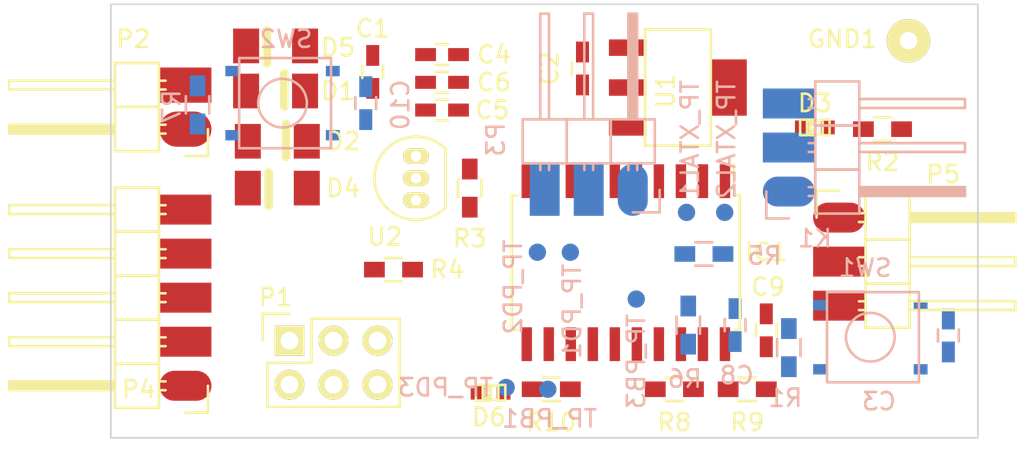
<source format=kicad_pcb>
(kicad_pcb (version 4) (host pcbnew 0.201507042246+5884~23~ubuntu14.04.1-product)

  (general
    (links 86)
    (no_connects 86)
    (area 104.949999 119.949999 155.050001 145.050001)
    (thickness 1.6)
    (drawings 4)
    (tracks 0)
    (zones 0)
    (modules 44)
    (nets 30)
  )

  (page A4)
  (layers
    (0 F.Cu signal)
    (31 B.Cu signal)
    (32 B.Adhes user)
    (33 F.Adhes user)
    (34 B.Paste user)
    (35 F.Paste user)
    (36 B.SilkS user)
    (37 F.SilkS user)
    (38 B.Mask user)
    (39 F.Mask user)
    (40 Dwgs.User user)
    (41 Cmts.User user)
    (42 Eco1.User user)
    (43 Eco2.User user)
    (44 Edge.Cuts user)
    (45 Margin user)
    (46 B.CrtYd user)
    (47 F.CrtYd user)
    (48 B.Fab user)
    (49 F.Fab user)
  )

  (setup
    (last_trace_width 0.25)
    (trace_clearance 0.199)
    (zone_clearance 0.508)
    (zone_45_only no)
    (trace_min 0.2)
    (segment_width 0.2)
    (edge_width 0.1)
    (via_size 0.6)
    (via_drill 0.4)
    (via_min_size 0.4)
    (via_min_drill 0.3)
    (uvia_size 0.3)
    (uvia_drill 0.1)
    (uvias_allowed no)
    (uvia_min_size 0.2)
    (uvia_min_drill 0.1)
    (pcb_text_width 0.3)
    (pcb_text_size 1.5 1.5)
    (mod_edge_width 0.15)
    (mod_text_size 1 1)
    (mod_text_width 0.15)
    (pad_size 1.5 1.5)
    (pad_drill 0.6)
    (pad_to_mask_clearance 0)
    (aux_axis_origin 0 0)
    (visible_elements FFFEFF7F)
    (pcbplotparams
      (layerselection 0x00030_80000001)
      (usegerberextensions false)
      (excludeedgelayer true)
      (linewidth 0.100000)
      (plotframeref false)
      (viasonmask false)
      (mode 1)
      (useauxorigin false)
      (hpglpennumber 1)
      (hpglpenspeed 20)
      (hpglpendiameter 15)
      (hpglpenoverlay 2)
      (psnegative false)
      (psa4output false)
      (plotreference true)
      (plotvalue true)
      (plotinvisibletext false)
      (padsonsilk false)
      (subtractmaskfromsilk false)
      (outputformat 1)
      (mirror false)
      (drillshape 1)
      (scaleselection 1)
      (outputdirectory ""))
  )

  (net 0 "")
  (net 1 GND)
  (net 2 +3V3)
  (net 3 /SCL)
  (net 4 "Net-(D3-Pad2)")
  (net 5 /RESET)
  (net 6 /SDA/MOSI)
  (net 7 /ALERT)
  (net 8 /RX)
  (net 9 /TX)
  (net 10 "Net-(IC1-Pad4)")
  (net 11 "Net-(IC1-Pad5)")
  (net 12 "Net-(IC1-Pad8)")
  (net 13 "Net-(IC1-Pad9)")
  (net 14 "Net-(IC1-Pad11)")
  (net 15 "Net-(IC1-Pad12)")
  (net 16 "Net-(IC1-Pad13)")
  (net 17 /SERVO1)
  (net 18 "Net-(IC1-Pad16)")
  (net 19 /MISO)
  (net 20 /SERVO_PWR)
  (net 21 /RF_DATA)
  (net 22 /9v)
  (net 23 /Vin_rec)
  (net 24 /Vadj)
  (net 25 /Vin1)
  (net 26 /Vin2)
  (net 27 /SERVO_SIG)
  (net 28 /SW)
  (net 29 "Net-(D6-Pad2)")

  (net_class Default "This is the default net class."
    (clearance 0.199)
    (trace_width 0.25)
    (via_dia 0.6)
    (via_drill 0.4)
    (uvia_dia 0.3)
    (uvia_drill 0.1)
    (add_net /ALERT)
    (add_net /MISO)
    (add_net /RESET)
    (add_net /RF_DATA)
    (add_net /RX)
    (add_net /SCL)
    (add_net /SDA/MOSI)
    (add_net /SERVO1)
    (add_net /SERVO_SIG)
    (add_net /SW)
    (add_net /TX)
    (add_net /Vadj)
    (add_net "Net-(D3-Pad2)")
    (add_net "Net-(D6-Pad2)")
    (add_net "Net-(IC1-Pad11)")
    (add_net "Net-(IC1-Pad12)")
    (add_net "Net-(IC1-Pad13)")
    (add_net "Net-(IC1-Pad16)")
    (add_net "Net-(IC1-Pad4)")
    (add_net "Net-(IC1-Pad5)")
    (add_net "Net-(IC1-Pad8)")
    (add_net "Net-(IC1-Pad9)")
  )

  (net_class 3V3 ""
    (clearance 0.2)
    (trace_width 0.5)
    (via_dia 0.6)
    (via_drill 0.4)
    (uvia_dia 0.3)
    (uvia_drill 0.1)
    (add_net +3V3)
  )

  (net_class GND ""
    (clearance 0.2)
    (trace_width 0.5)
    (via_dia 0.6)
    (via_drill 0.4)
    (uvia_dia 0.3)
    (uvia_drill 0.1)
    (add_net GND)
  )

  (net_class POWER ""
    (clearance 0.2)
    (trace_width 0.5)
    (via_dia 0.6)
    (via_drill 0.4)
    (uvia_dia 0.3)
    (uvia_drill 0.1)
    (add_net /9v)
    (add_net /SERVO_PWR)
    (add_net /Vin1)
    (add_net /Vin2)
    (add_net /Vin_rec)
  )

  (module Capacitors_SMD:C_0603_HandSoldering (layer F.Cu) (tedit 559CD846) (tstamp 554BB8CB)
    (at 120.1 123.9 90)
    (descr "Capacitor SMD 0603, hand soldering")
    (tags "capacitor 0603")
    (path /557A0613)
    (attr smd)
    (fp_text reference C1 (at 2.5 0 180) (layer F.SilkS)
      (effects (font (size 1 1) (thickness 0.15)))
    )
    (fp_text value 1uF (at 0 1.9 90) (layer F.Fab)
      (effects (font (size 1 1) (thickness 0.15)))
    )
    (fp_line (start -1.85 -0.75) (end 1.85 -0.75) (layer F.CrtYd) (width 0.05))
    (fp_line (start -1.85 0.75) (end 1.85 0.75) (layer F.CrtYd) (width 0.05))
    (fp_line (start -1.85 -0.75) (end -1.85 0.75) (layer F.CrtYd) (width 0.05))
    (fp_line (start 1.85 -0.75) (end 1.85 0.75) (layer F.CrtYd) (width 0.05))
    (fp_line (start -0.35 -0.6) (end 0.35 -0.6) (layer F.SilkS) (width 0.15))
    (fp_line (start 0.35 0.6) (end -0.35 0.6) (layer F.SilkS) (width 0.15))
    (pad 1 smd rect (at -0.95 0 90) (size 1.2 0.75) (layers F.Cu F.Paste F.Mask)
      (net 23 /Vin_rec))
    (pad 2 smd rect (at 0.95 0 90) (size 1.2 0.75) (layers F.Cu F.Paste F.Mask)
      (net 1 GND))
    (model Capacitors_SMD.3dshapes/C_0603_HandSoldering.wrl
      (at (xyz 0 0 0))
      (scale (xyz 1 1 1))
      (rotate (xyz 0 0 0))
    )
  )

  (module Capacitors_SMD:C_0603_HandSoldering (layer F.Cu) (tedit 541A9B4D) (tstamp 554BB8D7)
    (at 132.2 123.7 90)
    (descr "Capacitor SMD 0603, hand soldering")
    (tags "capacitor 0603")
    (path /5548BB4A)
    (attr smd)
    (fp_text reference C2 (at 0 -1.9 90) (layer F.SilkS)
      (effects (font (size 1 1) (thickness 0.15)))
    )
    (fp_text value 10uF (at 0 1.9 90) (layer F.Fab)
      (effects (font (size 1 1) (thickness 0.15)))
    )
    (fp_line (start -1.85 -0.75) (end 1.85 -0.75) (layer F.CrtYd) (width 0.05))
    (fp_line (start -1.85 0.75) (end 1.85 0.75) (layer F.CrtYd) (width 0.05))
    (fp_line (start -1.85 -0.75) (end -1.85 0.75) (layer F.CrtYd) (width 0.05))
    (fp_line (start 1.85 -0.75) (end 1.85 0.75) (layer F.CrtYd) (width 0.05))
    (fp_line (start -0.35 -0.6) (end 0.35 -0.6) (layer F.SilkS) (width 0.15))
    (fp_line (start 0.35 0.6) (end -0.35 0.6) (layer F.SilkS) (width 0.15))
    (pad 1 smd rect (at -0.95 0 90) (size 1.2 0.75) (layers F.Cu F.Paste F.Mask)
      (net 2 +3V3))
    (pad 2 smd rect (at 0.95 0 90) (size 1.2 0.75) (layers F.Cu F.Paste F.Mask)
      (net 1 GND))
    (model Capacitors_SMD.3dshapes/C_0603_HandSoldering.wrl
      (at (xyz 0 0 0))
      (scale (xyz 1 1 1))
      (rotate (xyz 0 0 0))
    )
  )

  (module Capacitors_SMD:C_0603_HandSoldering (layer F.Cu) (tedit 5589B7B1) (tstamp 554BB8FB)
    (at 124.1 126.1)
    (descr "Capacitor SMD 0603, hand soldering")
    (tags "capacitor 0603")
    (path /5589E5F6)
    (attr smd)
    (fp_text reference C5 (at 2.9 0) (layer F.SilkS)
      (effects (font (size 1 1) (thickness 0.15)))
    )
    (fp_text value 10uF (at 0 1.9) (layer F.Fab)
      (effects (font (size 1 1) (thickness 0.15)))
    )
    (fp_line (start -1.85 -0.75) (end 1.85 -0.75) (layer F.CrtYd) (width 0.05))
    (fp_line (start -1.85 0.75) (end 1.85 0.75) (layer F.CrtYd) (width 0.05))
    (fp_line (start -1.85 -0.75) (end -1.85 0.75) (layer F.CrtYd) (width 0.05))
    (fp_line (start 1.85 -0.75) (end 1.85 0.75) (layer F.CrtYd) (width 0.05))
    (fp_line (start -0.35 -0.6) (end 0.35 -0.6) (layer F.SilkS) (width 0.15))
    (fp_line (start 0.35 0.6) (end -0.35 0.6) (layer F.SilkS) (width 0.15))
    (pad 1 smd rect (at -0.95 0) (size 1.2 0.75) (layers F.Cu F.Paste F.Mask)
      (net 22 /9v))
    (pad 2 smd rect (at 0.95 0) (size 1.2 0.75) (layers F.Cu F.Paste F.Mask)
      (net 1 GND))
    (model Capacitors_SMD.3dshapes/C_0603_HandSoldering.wrl
      (at (xyz 0 0 0))
      (scale (xyz 1 1 1))
      (rotate (xyz 0 0 0))
    )
  )

  (module Resistors_SMD:R_0603_HandSoldering (layer F.Cu) (tedit 5418A00F) (tstamp 554BB9F2)
    (at 149.5 127.2 180)
    (descr "Resistor SMD 0603, hand soldering")
    (tags "resistor 0603")
    (path /554A2B86)
    (attr smd)
    (fp_text reference R2 (at 0 -1.9 180) (layer F.SilkS)
      (effects (font (size 1 1) (thickness 0.15)))
    )
    (fp_text value 330R (at 0 1.9 180) (layer F.Fab)
      (effects (font (size 1 1) (thickness 0.15)))
    )
    (fp_line (start -2 -0.8) (end 2 -0.8) (layer F.CrtYd) (width 0.05))
    (fp_line (start -2 0.8) (end 2 0.8) (layer F.CrtYd) (width 0.05))
    (fp_line (start -2 -0.8) (end -2 0.8) (layer F.CrtYd) (width 0.05))
    (fp_line (start 2 -0.8) (end 2 0.8) (layer F.CrtYd) (width 0.05))
    (fp_line (start 0.5 0.675) (end -0.5 0.675) (layer F.SilkS) (width 0.15))
    (fp_line (start -0.5 -0.675) (end 0.5 -0.675) (layer F.SilkS) (width 0.15))
    (pad 1 smd rect (at -1.1 0 180) (size 1.2 0.9) (layers F.Cu F.Paste F.Mask)
      (net 2 +3V3))
    (pad 2 smd rect (at 1.1 0 180) (size 1.2 0.9) (layers F.Cu F.Paste F.Mask)
      (net 4 "Net-(D3-Pad2)"))
    (model Resistors_SMD.3dshapes/R_0603_HandSoldering.wrl
      (at (xyz 0 0 0))
      (scale (xyz 1 1 1))
      (rotate (xyz 0 0 0))
    )
  )

  (module Resistors_SMD:R_0603_HandSoldering (layer F.Cu) (tedit 559440A4) (tstamp 554BB9FE)
    (at 125.7 130.6 90)
    (descr "Resistor SMD 0603, hand soldering")
    (tags "resistor 0603")
    (path /5589D563)
    (attr smd)
    (fp_text reference R3 (at -2.9 0 180) (layer F.SilkS)
      (effects (font (size 1 1) (thickness 0.15)))
    )
    (fp_text value 240R (at 0 1.9 90) (layer F.Fab)
      (effects (font (size 1 1) (thickness 0.15)))
    )
    (fp_line (start -2 -0.8) (end 2 -0.8) (layer F.CrtYd) (width 0.05))
    (fp_line (start -2 0.8) (end 2 0.8) (layer F.CrtYd) (width 0.05))
    (fp_line (start -2 -0.8) (end -2 0.8) (layer F.CrtYd) (width 0.05))
    (fp_line (start 2 -0.8) (end 2 0.8) (layer F.CrtYd) (width 0.05))
    (fp_line (start 0.5 0.675) (end -0.5 0.675) (layer F.SilkS) (width 0.15))
    (fp_line (start -0.5 -0.675) (end 0.5 -0.675) (layer F.SilkS) (width 0.15))
    (pad 1 smd rect (at -1.1 0 90) (size 1.2 0.9) (layers F.Cu F.Paste F.Mask)
      (net 24 /Vadj))
    (pad 2 smd rect (at 1.1 0 90) (size 1.2 0.9) (layers F.Cu F.Paste F.Mask)
      (net 22 /9v))
    (model Resistors_SMD.3dshapes/R_0603_HandSoldering.wrl
      (at (xyz 0 0 0))
      (scale (xyz 1 1 1))
      (rotate (xyz 0 0 0))
    )
  )

  (module Resistors_SMD:R_0603_HandSoldering (layer F.Cu) (tedit 559CD873) (tstamp 554BBA0A)
    (at 121.3 135.3)
    (descr "Resistor SMD 0603, hand soldering")
    (tags "resistor 0603")
    (path /5589D95B)
    (attr smd)
    (fp_text reference R4 (at 3.1 0) (layer F.SilkS)
      (effects (font (size 1 1) (thickness 0.15)))
    )
    (fp_text value 1k5 (at 0 1.9) (layer F.Fab)
      (effects (font (size 1 1) (thickness 0.15)))
    )
    (fp_line (start -2 -0.8) (end 2 -0.8) (layer F.CrtYd) (width 0.05))
    (fp_line (start -2 0.8) (end 2 0.8) (layer F.CrtYd) (width 0.05))
    (fp_line (start -2 -0.8) (end -2 0.8) (layer F.CrtYd) (width 0.05))
    (fp_line (start 2 -0.8) (end 2 0.8) (layer F.CrtYd) (width 0.05))
    (fp_line (start 0.5 0.675) (end -0.5 0.675) (layer F.SilkS) (width 0.15))
    (fp_line (start -0.5 -0.675) (end 0.5 -0.675) (layer F.SilkS) (width 0.15))
    (pad 1 smd rect (at -1.1 0) (size 1.2 0.9) (layers F.Cu F.Paste F.Mask)
      (net 1 GND))
    (pad 2 smd rect (at 1.1 0) (size 1.2 0.9) (layers F.Cu F.Paste F.Mask)
      (net 24 /Vadj))
    (model Resistors_SMD.3dshapes/R_0603_HandSoldering.wrl
      (at (xyz 0 0 0))
      (scale (xyz 1 1 1))
      (rotate (xyz 0 0 0))
    )
  )

  (module Resistors_SMD:R_0603_HandSoldering (layer B.Cu) (tedit 559CD8EE) (tstamp 554BBA16)
    (at 139.2 134.4 180)
    (descr "Resistor SMD 0603, hand soldering")
    (tags "resistor 0603")
    (path /55570BA3)
    (attr smd)
    (fp_text reference R5 (at -3.5 -0.1 180) (layer B.SilkS)
      (effects (font (size 1 1) (thickness 0.15)) (justify mirror))
    )
    (fp_text value 47R (at 0 -1.9 180) (layer B.Fab)
      (effects (font (size 1 1) (thickness 0.15)) (justify mirror))
    )
    (fp_line (start -2 0.8) (end 2 0.8) (layer B.CrtYd) (width 0.05))
    (fp_line (start -2 -0.8) (end 2 -0.8) (layer B.CrtYd) (width 0.05))
    (fp_line (start -2 0.8) (end -2 -0.8) (layer B.CrtYd) (width 0.05))
    (fp_line (start 2 0.8) (end 2 -0.8) (layer B.CrtYd) (width 0.05))
    (fp_line (start 0.5 -0.675) (end -0.5 -0.675) (layer B.SilkS) (width 0.15))
    (fp_line (start -0.5 0.675) (end 0.5 0.675) (layer B.SilkS) (width 0.15))
    (pad 1 smd rect (at -1.1 0 180) (size 1.2 0.9) (layers B.Cu B.Paste B.Mask)
      (net 27 /SERVO_SIG))
    (pad 2 smd rect (at 1.1 0 180) (size 1.2 0.9) (layers B.Cu B.Paste B.Mask)
      (net 17 /SERVO1))
    (model Resistors_SMD.3dshapes/R_0603_HandSoldering.wrl
      (at (xyz 0 0 0))
      (scale (xyz 1 1 1))
      (rotate (xyz 0 0 0))
    )
  )

  (module Resistors_SMD:R_0603_HandSoldering (layer B.Cu) (tedit 559CD8DA) (tstamp 554BBA22)
    (at 138.3 138.5 270)
    (descr "Resistor SMD 0603, hand soldering")
    (tags "resistor 0603")
    (path /5557765D)
    (attr smd)
    (fp_text reference R6 (at 3.1 0.2 360) (layer B.SilkS)
      (effects (font (size 1 1) (thickness 0.15)) (justify mirror))
    )
    (fp_text value 47R (at 0 -1.9 270) (layer B.Fab)
      (effects (font (size 1 1) (thickness 0.15)) (justify mirror))
    )
    (fp_line (start -2 0.8) (end 2 0.8) (layer B.CrtYd) (width 0.05))
    (fp_line (start -2 -0.8) (end 2 -0.8) (layer B.CrtYd) (width 0.05))
    (fp_line (start -2 0.8) (end -2 -0.8) (layer B.CrtYd) (width 0.05))
    (fp_line (start 2 0.8) (end 2 -0.8) (layer B.CrtYd) (width 0.05))
    (fp_line (start 0.5 -0.675) (end -0.5 -0.675) (layer B.SilkS) (width 0.15))
    (fp_line (start -0.5 0.675) (end 0.5 0.675) (layer B.SilkS) (width 0.15))
    (pad 1 smd rect (at -1.1 0 270) (size 1.2 0.9) (layers B.Cu B.Paste B.Mask)
      (net 20 /SERVO_PWR))
    (pad 2 smd rect (at 1.1 0 270) (size 1.2 0.9) (layers B.Cu B.Paste B.Mask)
      (net 2 +3V3))
    (model Resistors_SMD.3dshapes/R_0603_HandSoldering.wrl
      (at (xyz 0 0 0))
      (scale (xyz 1 1 1))
      (rotate (xyz 0 0 0))
    )
  )

  (module Resistors_SMD:R_0603_HandSoldering (layer B.Cu) (tedit 559442EB) (tstamp 554BBA2E)
    (at 110 125.8 90)
    (descr "Resistor SMD 0603, hand soldering")
    (tags "resistor 0603")
    (path /554A4116)
    (attr smd)
    (fp_text reference R7 (at -0.1 -1.5 90) (layer B.SilkS)
      (effects (font (size 1 1) (thickness 0.15)) (justify mirror))
    )
    (fp_text value 47k (at 0 -1.9 90) (layer B.Fab)
      (effects (font (size 1 1) (thickness 0.15)) (justify mirror))
    )
    (fp_line (start -2 0.8) (end 2 0.8) (layer B.CrtYd) (width 0.05))
    (fp_line (start -2 -0.8) (end 2 -0.8) (layer B.CrtYd) (width 0.05))
    (fp_line (start -2 0.8) (end -2 -0.8) (layer B.CrtYd) (width 0.05))
    (fp_line (start 2 0.8) (end 2 -0.8) (layer B.CrtYd) (width 0.05))
    (fp_line (start 0.5 -0.675) (end -0.5 -0.675) (layer B.SilkS) (width 0.15))
    (fp_line (start -0.5 0.675) (end 0.5 0.675) (layer B.SilkS) (width 0.15))
    (pad 1 smd rect (at -1.1 0 90) (size 1.2 0.9) (layers B.Cu B.Paste B.Mask)
      (net 2 +3V3))
    (pad 2 smd rect (at 1.1 0 90) (size 1.2 0.9) (layers B.Cu B.Paste B.Mask)
      (net 5 /RESET))
    (model Resistors_SMD.3dshapes/R_0603_HandSoldering.wrl
      (at (xyz 0 0 0))
      (scale (xyz 1 1 1))
      (rotate (xyz 0 0 0))
    )
  )

  (module Resistors_SMD:R_0603_HandSoldering (layer F.Cu) (tedit 5418A00F) (tstamp 554BBA3A)
    (at 137.5 142.2 180)
    (descr "Resistor SMD 0603, hand soldering")
    (tags "resistor 0603")
    (path /554A4D12)
    (attr smd)
    (fp_text reference R8 (at 0 -1.9 180) (layer F.SilkS)
      (effects (font (size 1 1) (thickness 0.15)))
    )
    (fp_text value 5k (at 0 1.9 180) (layer F.Fab)
      (effects (font (size 1 1) (thickness 0.15)))
    )
    (fp_line (start -2 -0.8) (end 2 -0.8) (layer F.CrtYd) (width 0.05))
    (fp_line (start -2 0.8) (end 2 0.8) (layer F.CrtYd) (width 0.05))
    (fp_line (start -2 -0.8) (end -2 0.8) (layer F.CrtYd) (width 0.05))
    (fp_line (start 2 -0.8) (end 2 0.8) (layer F.CrtYd) (width 0.05))
    (fp_line (start 0.5 0.675) (end -0.5 0.675) (layer F.SilkS) (width 0.15))
    (fp_line (start -0.5 -0.675) (end 0.5 -0.675) (layer F.SilkS) (width 0.15))
    (pad 1 smd rect (at -1.1 0 180) (size 1.2 0.9) (layers F.Cu F.Paste F.Mask)
      (net 2 +3V3))
    (pad 2 smd rect (at 1.1 0 180) (size 1.2 0.9) (layers F.Cu F.Paste F.Mask)
      (net 6 /SDA/MOSI))
    (model Resistors_SMD.3dshapes/R_0603_HandSoldering.wrl
      (at (xyz 0 0 0))
      (scale (xyz 1 1 1))
      (rotate (xyz 0 0 0))
    )
  )

  (module LEDs:LED-0603 (layer F.Cu) (tedit 559CD88C) (tstamp 5556FC25)
    (at 145.6 127.1)
    (descr "LED 0603 smd package")
    (tags "LED led 0603 SMD smd SMT smt smdled SMDLED smtled SMTLED")
    (path /554A2817)
    (attr smd)
    (fp_text reference D3 (at 0 -1.4) (layer F.SilkS)
      (effects (font (size 1 1) (thickness 0.15)))
    )
    (fp_text value Led_Small (at 0 1.2) (layer F.Fab)
      (effects (font (size 1 1) (thickness 0.15)))
    )
    (fp_line (start -0.44958 -0.44958) (end -0.44958 0.44958) (layer F.SilkS) (width 0.15))
    (fp_line (start -0.44958 0.44958) (end -0.84836 0.44958) (layer F.SilkS) (width 0.15))
    (fp_line (start -0.84836 -0.44958) (end -0.84836 0.44958) (layer F.SilkS) (width 0.15))
    (fp_line (start -0.44958 -0.44958) (end -0.84836 -0.44958) (layer F.SilkS) (width 0.15))
    (fp_line (start 0.84836 -0.44958) (end 0.84836 0.44958) (layer F.SilkS) (width 0.15))
    (fp_line (start 0.84836 0.44958) (end 0.44958 0.44958) (layer F.SilkS) (width 0.15))
    (fp_line (start 0.44958 -0.44958) (end 0.44958 0.44958) (layer F.SilkS) (width 0.15))
    (fp_line (start 0.84836 -0.44958) (end 0.44958 -0.44958) (layer F.SilkS) (width 0.15))
    (fp_line (start 0 -0.44958) (end 0 -0.29972) (layer F.SilkS) (width 0.15))
    (fp_line (start 0 -0.29972) (end -0.29972 -0.29972) (layer F.SilkS) (width 0.15))
    (fp_line (start -0.29972 -0.44958) (end -0.29972 -0.29972) (layer F.SilkS) (width 0.15))
    (fp_line (start 0 -0.44958) (end -0.29972 -0.44958) (layer F.SilkS) (width 0.15))
    (fp_line (start 0 0.29972) (end 0 0.44958) (layer F.SilkS) (width 0.15))
    (fp_line (start 0 0.44958) (end -0.29972 0.44958) (layer F.SilkS) (width 0.15))
    (fp_line (start -0.29972 0.29972) (end -0.29972 0.44958) (layer F.SilkS) (width 0.15))
    (fp_line (start 0 0.29972) (end -0.29972 0.29972) (layer F.SilkS) (width 0.15))
    (fp_line (start 0 -0.14986) (end 0 0.14986) (layer F.SilkS) (width 0.15))
    (fp_line (start 0 0.14986) (end -0.29972 0.14986) (layer F.SilkS) (width 0.15))
    (fp_line (start -0.29972 -0.14986) (end -0.29972 0.14986) (layer F.SilkS) (width 0.15))
    (fp_line (start 0 -0.14986) (end -0.29972 -0.14986) (layer F.SilkS) (width 0.15))
    (fp_line (start -0.44958 -0.39878) (end 0.44958 -0.39878) (layer F.SilkS) (width 0.15))
    (fp_line (start -0.44958 0.39878) (end 0.44958 0.39878) (layer F.SilkS) (width 0.15))
    (pad 2 smd rect (at 0.7493 0 180) (size 0.79756 0.79756) (layers F.Cu F.Paste F.Mask)
      (net 4 "Net-(D3-Pad2)"))
    (pad 1 smd rect (at -0.7493 0 180) (size 0.79756 0.79756) (layers F.Cu F.Paste F.Mask)
      (net 1 GND))
  )

  (module Housings_SOIC:SOIC-20_7.5x12.8mm_Pitch1.27mm (layer F.Cu) (tedit 55944104) (tstamp 5556FC3D)
    (at 134.7 134.9 270)
    (descr "20-Lead Plastic Small Outline (SO) - Wide, 7.50 mm Body [SOIC] (see Microchip Packaging Specification 00000049BS.pdf)")
    (tags "SOIC 1.27")
    (path /554CF2B1)
    (attr smd)
    (fp_text reference IC1 (at -0.6 -8.1 360) (layer F.SilkS)
      (effects (font (size 1 1) (thickness 0.15)))
    )
    (fp_text value ATTINY2313A-S (at 0 7.5 270) (layer F.Fab)
      (effects (font (size 1 1) (thickness 0.15)))
    )
    (fp_line (start -5.95 -6.75) (end -5.95 6.75) (layer F.CrtYd) (width 0.05))
    (fp_line (start 5.95 -6.75) (end 5.95 6.75) (layer F.CrtYd) (width 0.05))
    (fp_line (start -5.95 -6.75) (end 5.95 -6.75) (layer F.CrtYd) (width 0.05))
    (fp_line (start -5.95 6.75) (end 5.95 6.75) (layer F.CrtYd) (width 0.05))
    (fp_line (start -3.875 -6.575) (end -3.875 -6.24) (layer F.SilkS) (width 0.15))
    (fp_line (start 3.875 -6.575) (end 3.875 -6.24) (layer F.SilkS) (width 0.15))
    (fp_line (start 3.875 6.575) (end 3.875 6.24) (layer F.SilkS) (width 0.15))
    (fp_line (start -3.875 6.575) (end -3.875 6.24) (layer F.SilkS) (width 0.15))
    (fp_line (start -3.875 -6.575) (end 3.875 -6.575) (layer F.SilkS) (width 0.15))
    (fp_line (start -3.875 6.575) (end 3.875 6.575) (layer F.SilkS) (width 0.15))
    (fp_line (start -3.875 -6.24) (end -5.675 -6.24) (layer F.SilkS) (width 0.15))
    (pad 1 smd rect (at -4.7 -5.715 270) (size 1.95 0.6) (layers F.Cu F.Paste F.Mask)
      (net 5 /RESET))
    (pad 2 smd rect (at -4.7 -4.445 270) (size 1.95 0.6) (layers F.Cu F.Paste F.Mask)
      (net 8 /RX))
    (pad 3 smd rect (at -4.7 -3.175 270) (size 1.95 0.6) (layers F.Cu F.Paste F.Mask)
      (net 9 /TX))
    (pad 4 smd rect (at -4.7 -1.905 270) (size 1.95 0.6) (layers F.Cu F.Paste F.Mask)
      (net 10 "Net-(IC1-Pad4)"))
    (pad 5 smd rect (at -4.7 -0.635 270) (size 1.95 0.6) (layers F.Cu F.Paste F.Mask)
      (net 11 "Net-(IC1-Pad5)"))
    (pad 6 smd rect (at -4.7 0.635 270) (size 1.95 0.6) (layers F.Cu F.Paste F.Mask)
      (net 7 /ALERT))
    (pad 7 smd rect (at -4.7 1.905 270) (size 1.95 0.6) (layers F.Cu F.Paste F.Mask)
      (net 28 /SW))
    (pad 8 smd rect (at -4.7 3.175 270) (size 1.95 0.6) (layers F.Cu F.Paste F.Mask)
      (net 12 "Net-(IC1-Pad8)"))
    (pad 9 smd rect (at -4.7 4.445 270) (size 1.95 0.6) (layers F.Cu F.Paste F.Mask)
      (net 13 "Net-(IC1-Pad9)"))
    (pad 10 smd rect (at -4.7 5.715 270) (size 1.95 0.6) (layers F.Cu F.Paste F.Mask)
      (net 1 GND))
    (pad 11 smd rect (at 4.7 5.715 270) (size 1.95 0.6) (layers F.Cu F.Paste F.Mask)
      (net 14 "Net-(IC1-Pad11)"))
    (pad 12 smd rect (at 4.7 4.445 270) (size 1.95 0.6) (layers F.Cu F.Paste F.Mask)
      (net 15 "Net-(IC1-Pad12)"))
    (pad 13 smd rect (at 4.7 3.175 270) (size 1.95 0.6) (layers F.Cu F.Paste F.Mask)
      (net 16 "Net-(IC1-Pad13)"))
    (pad 14 smd rect (at 4.7 1.905 270) (size 1.95 0.6) (layers F.Cu F.Paste F.Mask)
      (net 21 /RF_DATA))
    (pad 15 smd rect (at 4.7 0.635 270) (size 1.95 0.6) (layers F.Cu F.Paste F.Mask)
      (net 17 /SERVO1))
    (pad 16 smd rect (at 4.7 -0.635 270) (size 1.95 0.6) (layers F.Cu F.Paste F.Mask)
      (net 18 "Net-(IC1-Pad16)"))
    (pad 17 smd rect (at 4.7 -1.905 270) (size 1.95 0.6) (layers F.Cu F.Paste F.Mask)
      (net 6 /SDA/MOSI))
    (pad 18 smd rect (at 4.7 -3.175 270) (size 1.95 0.6) (layers F.Cu F.Paste F.Mask)
      (net 19 /MISO))
    (pad 19 smd rect (at 4.7 -4.445 270) (size 1.95 0.6) (layers F.Cu F.Paste F.Mask)
      (net 3 /SCL))
    (pad 20 smd rect (at 4.7 -5.715 270) (size 1.95 0.6) (layers F.Cu F.Paste F.Mask)
      (net 2 +3V3))
    (model Housings_SOIC.3dshapes/SOIC-20_7.5x12.8mm_Pitch1.27mm.wrl
      (at (xyz 0 0 0))
      (scale (xyz 1 1 1))
      (rotate (xyz 0 0 0))
    )
  )

  (module kicad-footprints:Pin_Header_Angled_SMD_1x03 (layer B.Cu) (tedit 55943E6E) (tstamp 5556FC44)
    (at 144.1 130.8)
    (descr "SMD pin header")
    (tags "pin header")
    (path /554A7C01)
    (fp_text reference K1 (at 1.5 2.7) (layer B.SilkS)
      (effects (font (size 1 1) (thickness 0.15)) (justify mirror))
    )
    (fp_text value SERVO (at 0 3.1) (layer B.Fab)
      (effects (font (size 1 1) (thickness 0.15)) (justify mirror))
    )
    (fp_line (start -1.5 1.75) (end -1.5 -6.85) (layer B.CrtYd) (width 0.05))
    (fp_line (start 10.65 1.75) (end 10.65 -6.85) (layer B.CrtYd) (width 0.05))
    (fp_line (start -1.5 1.75) (end 10.65 1.75) (layer B.CrtYd) (width 0.05))
    (fp_line (start -1.5 -6.85) (end 10.65 -6.85) (layer B.CrtYd) (width 0.05))
    (fp_line (start -1.3 1.55) (end -1.3 0) (layer B.SilkS) (width 0.15))
    (fp_line (start 0 1.55) (end -1.3 1.55) (layer B.SilkS) (width 0.15))
    (fp_line (start 4.191 0.127) (end 10.033 0.127) (layer B.SilkS) (width 0.15))
    (fp_line (start 10.033 0.127) (end 10.033 -0.127) (layer B.SilkS) (width 0.15))
    (fp_line (start 10.033 -0.127) (end 4.191 -0.127) (layer B.SilkS) (width 0.15))
    (fp_line (start 4.191 -0.127) (end 4.191 0) (layer B.SilkS) (width 0.15))
    (fp_line (start 4.191 0) (end 10.033 0) (layer B.SilkS) (width 0.15))
    (fp_line (start 1.524 0.254) (end 1.143 0.254) (layer B.SilkS) (width 0.15))
    (fp_line (start 1.524 -0.254) (end 1.143 -0.254) (layer B.SilkS) (width 0.15))
    (fp_line (start 1.524 -2.286) (end 1.143 -2.286) (layer B.SilkS) (width 0.15))
    (fp_line (start 1.524 -2.794) (end 1.143 -2.794) (layer B.SilkS) (width 0.15))
    (fp_line (start 1.524 -4.826) (end 1.143 -4.826) (layer B.SilkS) (width 0.15))
    (fp_line (start 1.524 -5.334) (end 1.143 -5.334) (layer B.SilkS) (width 0.15))
    (fp_line (start 4.064 -1.27) (end 4.064 1.27) (layer B.SilkS) (width 0.15))
    (fp_line (start 10.16 -0.254) (end 4.064 -0.254) (layer B.SilkS) (width 0.15))
    (fp_line (start 10.16 0.254) (end 10.16 -0.254) (layer B.SilkS) (width 0.15))
    (fp_line (start 4.064 0.254) (end 10.16 0.254) (layer B.SilkS) (width 0.15))
    (fp_line (start 1.524 -1.27) (end 4.064 -1.27) (layer B.SilkS) (width 0.15))
    (fp_line (start 1.524 1.27) (end 1.524 -1.27) (layer B.SilkS) (width 0.15))
    (fp_line (start 1.524 1.27) (end 4.064 1.27) (layer B.SilkS) (width 0.15))
    (fp_line (start 1.524 -3.81) (end 4.064 -3.81) (layer B.SilkS) (width 0.15))
    (fp_line (start 1.524 -3.81) (end 1.524 -6.35) (layer B.SilkS) (width 0.15))
    (fp_line (start 4.064 -4.826) (end 10.16 -4.826) (layer B.SilkS) (width 0.15))
    (fp_line (start 10.16 -4.826) (end 10.16 -5.334) (layer B.SilkS) (width 0.15))
    (fp_line (start 10.16 -5.334) (end 4.064 -5.334) (layer B.SilkS) (width 0.15))
    (fp_line (start 4.064 -6.35) (end 4.064 -3.81) (layer B.SilkS) (width 0.15))
    (fp_line (start 4.064 -3.81) (end 4.064 -1.27) (layer B.SilkS) (width 0.15))
    (fp_line (start 10.16 -2.794) (end 4.064 -2.794) (layer B.SilkS) (width 0.15))
    (fp_line (start 10.16 -2.286) (end 10.16 -2.794) (layer B.SilkS) (width 0.15))
    (fp_line (start 4.064 -2.286) (end 10.16 -2.286) (layer B.SilkS) (width 0.15))
    (fp_line (start 1.524 -3.81) (end 4.064 -3.81) (layer B.SilkS) (width 0.15))
    (fp_line (start 1.524 -1.27) (end 1.524 -3.81) (layer B.SilkS) (width 0.15))
    (fp_line (start 1.524 -1.27) (end 4.064 -1.27) (layer B.SilkS) (width 0.15))
    (fp_line (start 1.524 -6.35) (end 4.064 -6.35) (layer B.SilkS) (width 0.15))
    (pad 1 smd oval (at 0 0) (size 3 1.7272) (layers B.Cu B.Paste B.Mask)
      (net 1 GND))
    (pad 2 smd rect (at 0 -2.54) (size 3 1.7272) (layers B.Cu B.Paste B.Mask)
      (net 20 /SERVO_PWR))
    (pad 3 smd rect (at 0 -5.08) (size 3 1.7272) (layers B.Cu B.Paste B.Mask)
      (net 27 /SERVO_SIG))
    (model Pin_Headers.3dshapes/Pin_Header_Angled_1x03.wrl
      (at (xyz 0 -0.1 0))
      (scale (xyz 1 1 1))
      (rotate (xyz 0 0 90))
    )
  )

  (module kicad-footprints:Pin_Header_Angled_SMD_1x02 (layer F.Cu) (tedit 559CD853) (tstamp 5556FC4A)
    (at 109.3 127.2 180)
    (descr "SMD pin header")
    (tags "pin header")
    (path /5548B5B0)
    (fp_text reference P2 (at 3 5.2 180) (layer F.SilkS)
      (effects (font (size 1 1) (thickness 0.15)))
    )
    (fp_text value CONN_01X02 (at 0 -3.1 180) (layer F.Fab)
      (effects (font (size 1 1) (thickness 0.15)))
    )
    (fp_line (start -1.5 -1.75) (end -1.5 4.3) (layer F.CrtYd) (width 0.05))
    (fp_line (start 10.65 -1.75) (end 10.65 4.3) (layer F.CrtYd) (width 0.05))
    (fp_line (start -1.5 -1.75) (end 10.65 -1.75) (layer F.CrtYd) (width 0.05))
    (fp_line (start -1.5 4.3) (end 10.65 4.3) (layer F.CrtYd) (width 0.05))
    (fp_line (start -1.3 -1.55) (end -1.3 0) (layer F.SilkS) (width 0.15))
    (fp_line (start 0 -1.55) (end -1.3 -1.55) (layer F.SilkS) (width 0.15))
    (fp_line (start 4.191 -0.127) (end 10.033 -0.127) (layer F.SilkS) (width 0.15))
    (fp_line (start 10.033 -0.127) (end 10.033 0.127) (layer F.SilkS) (width 0.15))
    (fp_line (start 10.033 0.127) (end 4.191 0.127) (layer F.SilkS) (width 0.15))
    (fp_line (start 4.191 0.127) (end 4.191 0) (layer F.SilkS) (width 0.15))
    (fp_line (start 4.191 0) (end 10.033 0) (layer F.SilkS) (width 0.15))
    (fp_line (start 1.524 -0.254) (end 1.143 -0.254) (layer F.SilkS) (width 0.15))
    (fp_line (start 1.524 0.254) (end 1.143 0.254) (layer F.SilkS) (width 0.15))
    (fp_line (start 1.524 2.286) (end 1.143 2.286) (layer F.SilkS) (width 0.15))
    (fp_line (start 1.524 2.794) (end 1.143 2.794) (layer F.SilkS) (width 0.15))
    (fp_line (start 1.524 -1.27) (end 4.064 -1.27) (layer F.SilkS) (width 0.15))
    (fp_line (start 1.524 1.27) (end 4.064 1.27) (layer F.SilkS) (width 0.15))
    (fp_line (start 1.524 1.27) (end 1.524 3.81) (layer F.SilkS) (width 0.15))
    (fp_line (start 1.524 3.81) (end 4.064 3.81) (layer F.SilkS) (width 0.15))
    (fp_line (start 4.064 2.286) (end 10.16 2.286) (layer F.SilkS) (width 0.15))
    (fp_line (start 10.16 2.286) (end 10.16 2.794) (layer F.SilkS) (width 0.15))
    (fp_line (start 10.16 2.794) (end 4.064 2.794) (layer F.SilkS) (width 0.15))
    (fp_line (start 4.064 3.81) (end 4.064 1.27) (layer F.SilkS) (width 0.15))
    (fp_line (start 4.064 1.27) (end 4.064 -1.27) (layer F.SilkS) (width 0.15))
    (fp_line (start 10.16 0.254) (end 4.064 0.254) (layer F.SilkS) (width 0.15))
    (fp_line (start 10.16 -0.254) (end 10.16 0.254) (layer F.SilkS) (width 0.15))
    (fp_line (start 4.064 -0.254) (end 10.16 -0.254) (layer F.SilkS) (width 0.15))
    (fp_line (start 1.524 1.27) (end 4.064 1.27) (layer F.SilkS) (width 0.15))
    (fp_line (start 1.524 -1.27) (end 1.524 1.27) (layer F.SilkS) (width 0.15))
    (pad 1 smd oval (at 0 0 180) (size 3 2.032) (layers F.Cu F.Paste F.Mask)
      (net 26 /Vin2))
    (pad 2 smd rect (at 0 2.54 180) (size 3 2.032) (layers F.Cu F.Paste F.Mask)
      (net 25 /Vin1))
    (model Pin_Headers.3dshapes/Pin_Header_Angled_1x02.wrl
      (at (xyz 0 -0.05 0))
      (scale (xyz 1 1 1))
      (rotate (xyz 0 0 90))
    )
  )

  (module kicad-footprints:TP_1mm (layer B.Cu) (tedit 559CD8EA) (tstamp 5556FC7A)
    (at 138.1 132)
    (path /55570FD2)
    (fp_text reference TP_XTAL1 (at 0.3 -4.2 90) (layer B.SilkS)
      (effects (font (size 1 1) (thickness 0.15)) (justify mirror))
    )
    (fp_text value TEST_POINT (at 0.1 1.3) (layer B.Fab)
      (effects (font (size 1 1) (thickness 0.15)) (justify mirror))
    )
    (pad 1 smd circle (at 0.1 0) (size 1 1) (layers B.Cu B.Paste B.Mask)
      (net 10 "Net-(IC1-Pad4)"))
  )

  (module kicad-footprints:TP_1mm (layer B.Cu) (tedit 559CD943) (tstamp 5556FC7F)
    (at 140.3 132)
    (path /55571059)
    (fp_text reference TP_XTAL2 (at 0.2 -4.2 90) (layer B.SilkS)
      (effects (font (size 1 1) (thickness 0.15)) (justify mirror))
    )
    (fp_text value TEST_POINT (at 0.1 1.3) (layer B.Fab)
      (effects (font (size 1 1) (thickness 0.15)) (justify mirror))
    )
    (pad 1 smd circle (at 0.1 0) (size 1 1) (layers B.Cu B.Paste B.Mask)
      (net 11 "Net-(IC1-Pad5)"))
  )

  (module Resistors_SMD:R_0603_HandSoldering (layer F.Cu) (tedit 5418A00F) (tstamp 55570199)
    (at 141.7 142.2 180)
    (descr "Resistor SMD 0603, hand soldering")
    (tags "resistor 0603")
    (path /554A57EE)
    (attr smd)
    (fp_text reference R9 (at 0 -1.9 180) (layer F.SilkS)
      (effects (font (size 1 1) (thickness 0.15)))
    )
    (fp_text value 5k (at 0 1.9 180) (layer F.Fab)
      (effects (font (size 1 1) (thickness 0.15)))
    )
    (fp_line (start -2 -0.8) (end 2 -0.8) (layer F.CrtYd) (width 0.05))
    (fp_line (start -2 0.8) (end 2 0.8) (layer F.CrtYd) (width 0.05))
    (fp_line (start -2 -0.8) (end -2 0.8) (layer F.CrtYd) (width 0.05))
    (fp_line (start 2 -0.8) (end 2 0.8) (layer F.CrtYd) (width 0.05))
    (fp_line (start 0.5 0.675) (end -0.5 0.675) (layer F.SilkS) (width 0.15))
    (fp_line (start -0.5 -0.675) (end 0.5 -0.675) (layer F.SilkS) (width 0.15))
    (pad 1 smd rect (at -1.1 0 180) (size 1.2 0.9) (layers F.Cu F.Paste F.Mask)
      (net 2 +3V3))
    (pad 2 smd rect (at 1.1 0 180) (size 1.2 0.9) (layers F.Cu F.Paste F.Mask)
      (net 3 /SCL))
    (model Resistors_SMD.3dshapes/R_0603_HandSoldering.wrl
      (at (xyz 0 0 0))
      (scale (xyz 1 1 1))
      (rotate (xyz 0 0 0))
    )
  )

  (module kicad-footprints:TP_1mm (layer B.Cu) (tedit 559CD911) (tstamp 555701A3)
    (at 130.1 142.2)
    (path /55576573)
    (fp_text reference TP_PB1 (at 0.2 1.7) (layer B.SilkS)
      (effects (font (size 1 1) (thickness 0.15)) (justify mirror))
    )
    (fp_text value TEST_POINT (at 0.1 1.3) (layer B.Fab)
      (effects (font (size 1 1) (thickness 0.15)) (justify mirror))
    )
    (pad 1 smd circle (at 0.1 0) (size 1 1) (layers B.Cu B.Paste B.Mask)
      (net 15 "Net-(IC1-Pad12)"))
  )

  (module kicad-footprints:TP_1mm (layer B.Cu) (tedit 559CD90D) (tstamp 555701AD)
    (at 127.7 142.1)
    (path /55576CCE)
    (fp_text reference TP_PD3 (at -3.4 0 180) (layer B.SilkS)
      (effects (font (size 1 1) (thickness 0.15)) (justify mirror))
    )
    (fp_text value TEST_POINT (at 0.1 1.3) (layer B.Fab)
      (effects (font (size 1 1) (thickness 0.15)) (justify mirror))
    )
    (pad 1 smd circle (at 0.1 0) (size 1 1) (layers B.Cu B.Paste B.Mask)
      (net 14 "Net-(IC1-Pad11)"))
  )

  (module Capacitors_SMD:C_0603_HandSoldering (layer F.Cu) (tedit 5589B7D1) (tstamp 5579E061)
    (at 124.1 122.9)
    (descr "Capacitor SMD 0603, hand soldering")
    (tags "capacitor 0603")
    (path /5589E3B2)
    (attr smd)
    (fp_text reference C4 (at 3 0) (layer F.SilkS)
      (effects (font (size 1 1) (thickness 0.15)))
    )
    (fp_text value 10uF (at 0 1.9) (layer F.Fab)
      (effects (font (size 1 1) (thickness 0.15)))
    )
    (fp_line (start -1.85 -0.75) (end 1.85 -0.75) (layer F.CrtYd) (width 0.05))
    (fp_line (start -1.85 0.75) (end 1.85 0.75) (layer F.CrtYd) (width 0.05))
    (fp_line (start -1.85 -0.75) (end -1.85 0.75) (layer F.CrtYd) (width 0.05))
    (fp_line (start 1.85 -0.75) (end 1.85 0.75) (layer F.CrtYd) (width 0.05))
    (fp_line (start -0.35 -0.6) (end 0.35 -0.6) (layer F.SilkS) (width 0.15))
    (fp_line (start 0.35 0.6) (end -0.35 0.6) (layer F.SilkS) (width 0.15))
    (pad 1 smd rect (at -0.95 0) (size 1.2 0.75) (layers F.Cu F.Paste F.Mask)
      (net 22 /9v))
    (pad 2 smd rect (at 0.95 0) (size 1.2 0.75) (layers F.Cu F.Paste F.Mask)
      (net 1 GND))
    (model Capacitors_SMD.3dshapes/C_0603_HandSoldering.wrl
      (at (xyz 0 0 0))
      (scale (xyz 1 1 1))
      (rotate (xyz 0 0 0))
    )
  )

  (module Capacitors_SMD:C_0603_HandSoldering (layer F.Cu) (tedit 5589B7C3) (tstamp 5579E06D)
    (at 124.1 124.5)
    (descr "Capacitor SMD 0603, hand soldering")
    (tags "capacitor 0603")
    (path /5589F4E8)
    (attr smd)
    (fp_text reference C6 (at 3 0) (layer F.SilkS)
      (effects (font (size 1 1) (thickness 0.15)))
    )
    (fp_text value 10uF (at 0 1.9) (layer F.Fab)
      (effects (font (size 1 1) (thickness 0.15)))
    )
    (fp_line (start -1.85 -0.75) (end 1.85 -0.75) (layer F.CrtYd) (width 0.05))
    (fp_line (start -1.85 0.75) (end 1.85 0.75) (layer F.CrtYd) (width 0.05))
    (fp_line (start -1.85 -0.75) (end -1.85 0.75) (layer F.CrtYd) (width 0.05))
    (fp_line (start 1.85 -0.75) (end 1.85 0.75) (layer F.CrtYd) (width 0.05))
    (fp_line (start -0.35 -0.6) (end 0.35 -0.6) (layer F.SilkS) (width 0.15))
    (fp_line (start 0.35 0.6) (end -0.35 0.6) (layer F.SilkS) (width 0.15))
    (pad 1 smd rect (at -0.95 0) (size 1.2 0.75) (layers F.Cu F.Paste F.Mask)
      (net 22 /9v))
    (pad 2 smd rect (at 0.95 0) (size 1.2 0.75) (layers F.Cu F.Paste F.Mask)
      (net 1 GND))
    (model Capacitors_SMD.3dshapes/C_0603_HandSoldering.wrl
      (at (xyz 0 0 0))
      (scale (xyz 1 1 1))
      (rotate (xyz 0 0 0))
    )
  )

  (module kicad-footprints:SOD-80 (layer F.Cu) (tedit 559CD859) (tstamp 5579E074)
    (at 114.6 130.6)
    (path /5579E1D7)
    (fp_text reference D4 (at 3.8 0) (layer F.SilkS)
      (effects (font (size 1 1) (thickness 0.15)))
    )
    (fp_text value D (at 0.1 -1.8) (layer F.Fab)
      (effects (font (size 1 1) (thickness 0.15)))
    )
    (fp_line (start -0.5 -0.9) (end -0.5 1) (layer F.SilkS) (width 0.5))
    (pad 1 smd rect (at -1.7 0) (size 1.5 2) (layers F.Cu F.Paste F.Mask)
      (net 26 /Vin2))
    (pad 2 smd rect (at 1.7 0) (size 1.5 2) (layers F.Cu F.Paste F.Mask)
      (net 1 GND))
  )

  (module kicad-footprints:SOD-80 (layer F.Cu) (tedit 559CD869) (tstamp 5579E07B)
    (at 114.5 122.4)
    (path /5579E282)
    (fp_text reference D5 (at 3.6 0.1) (layer F.SilkS)
      (effects (font (size 1 1) (thickness 0.15)))
    )
    (fp_text value D (at 0.1 -1.8) (layer F.Fab)
      (effects (font (size 1 1) (thickness 0.15)))
    )
    (fp_line (start -0.5 -0.9) (end -0.5 1) (layer F.SilkS) (width 0.5))
    (pad 1 smd rect (at -1.7 0) (size 1.5 2) (layers F.Cu F.Paste F.Mask)
      (net 25 /Vin1))
    (pad 2 smd rect (at 1.7 0) (size 1.5 2) (layers F.Cu F.Paste F.Mask)
      (net 1 GND))
  )

  (module kicad-footprints:SOD-80 (layer F.Cu) (tedit 559CD84B) (tstamp 5579F0B7)
    (at 114.5 125 180)
    (path /5548B793)
    (fp_text reference D1 (at -3.6 0 180) (layer F.SilkS)
      (effects (font (size 1 1) (thickness 0.15)))
    )
    (fp_text value D (at 0.1 -1.8 180) (layer F.Fab)
      (effects (font (size 1 1) (thickness 0.15)))
    )
    (fp_line (start -0.5 -0.9) (end -0.5 1) (layer F.SilkS) (width 0.5))
    (pad 1 smd rect (at -1.7 0 180) (size 1.5 2) (layers F.Cu F.Paste F.Mask)
      (net 23 /Vin_rec))
    (pad 2 smd rect (at 1.7 0 180) (size 1.5 2) (layers F.Cu F.Paste F.Mask)
      (net 25 /Vin1))
  )

  (module kicad-footprints:SOD-80 (layer F.Cu) (tedit 559CD857) (tstamp 5579F0BD)
    (at 114.6 127.9 180)
    (path /5579DCA7)
    (fp_text reference D2 (at -3.8 0 180) (layer F.SilkS)
      (effects (font (size 1 1) (thickness 0.15)))
    )
    (fp_text value D (at 0.1 -1.8 180) (layer F.Fab)
      (effects (font (size 1 1) (thickness 0.15)))
    )
    (fp_line (start -0.5 -0.9) (end -0.5 1) (layer F.SilkS) (width 0.5))
    (pad 1 smd rect (at -1.7 0 180) (size 1.5 2) (layers F.Cu F.Paste F.Mask)
      (net 23 /Vin_rec))
    (pad 2 smd rect (at 1.7 0 180) (size 1.5 2) (layers F.Cu F.Paste F.Mask)
      (net 26 /Vin2))
  )

  (module Capacitors_SMD:C_0603_HandSoldering (layer B.Cu) (tedit 559CD8E3) (tstamp 5579F166)
    (at 153.3 139.1 270)
    (descr "Capacitor SMD 0603, hand soldering")
    (tags "capacitor 0603")
    (path /554A389E)
    (attr smd)
    (fp_text reference C3 (at 3.8 4 360) (layer B.SilkS)
      (effects (font (size 1 1) (thickness 0.15)) (justify mirror))
    )
    (fp_text value 0.1uF (at 0 -1.9 270) (layer B.Fab)
      (effects (font (size 1 1) (thickness 0.15)) (justify mirror))
    )
    (fp_line (start -1.85 0.75) (end 1.85 0.75) (layer B.CrtYd) (width 0.05))
    (fp_line (start -1.85 -0.75) (end 1.85 -0.75) (layer B.CrtYd) (width 0.05))
    (fp_line (start -1.85 0.75) (end -1.85 -0.75) (layer B.CrtYd) (width 0.05))
    (fp_line (start 1.85 0.75) (end 1.85 -0.75) (layer B.CrtYd) (width 0.05))
    (fp_line (start -0.35 0.6) (end 0.35 0.6) (layer B.SilkS) (width 0.15))
    (fp_line (start 0.35 -0.6) (end -0.35 -0.6) (layer B.SilkS) (width 0.15))
    (pad 1 smd rect (at -0.95 0 270) (size 1.2 0.75) (layers B.Cu B.Paste B.Mask)
      (net 1 GND))
    (pad 2 smd rect (at 0.95 0 270) (size 1.2 0.75) (layers B.Cu B.Paste B.Mask)
      (net 28 /SW))
    (model Capacitors_SMD.3dshapes/C_0603_HandSoldering.wrl
      (at (xyz 0 0 0))
      (scale (xyz 1 1 1))
      (rotate (xyz 0 0 0))
    )
  )

  (module Capacitors_SMD:C_0603_HandSoldering (layer B.Cu) (tedit 559CD95C) (tstamp 5589B53D)
    (at 141 138.5 270)
    (descr "Capacitor SMD 0603, hand soldering")
    (tags "capacitor 0603")
    (path /55578A47)
    (attr smd)
    (fp_text reference C8 (at 2.9 -0.1 360) (layer B.SilkS)
      (effects (font (size 1 1) (thickness 0.15)) (justify mirror))
    )
    (fp_text value 10uF (at 0 -1.9 270) (layer B.Fab)
      (effects (font (size 1 1) (thickness 0.15)) (justify mirror))
    )
    (fp_line (start -1.85 0.75) (end 1.85 0.75) (layer B.CrtYd) (width 0.05))
    (fp_line (start -1.85 -0.75) (end 1.85 -0.75) (layer B.CrtYd) (width 0.05))
    (fp_line (start -1.85 0.75) (end -1.85 -0.75) (layer B.CrtYd) (width 0.05))
    (fp_line (start 1.85 0.75) (end 1.85 -0.75) (layer B.CrtYd) (width 0.05))
    (fp_line (start -0.35 0.6) (end 0.35 0.6) (layer B.SilkS) (width 0.15))
    (fp_line (start 0.35 -0.6) (end -0.35 -0.6) (layer B.SilkS) (width 0.15))
    (pad 1 smd rect (at -0.95 0 270) (size 1.2 0.75) (layers B.Cu B.Paste B.Mask)
      (net 20 /SERVO_PWR))
    (pad 2 smd rect (at 0.95 0 270) (size 1.2 0.75) (layers B.Cu B.Paste B.Mask)
      (net 1 GND))
    (model Capacitors_SMD.3dshapes/C_0603_HandSoldering.wrl
      (at (xyz 0 0 0))
      (scale (xyz 1 1 1))
      (rotate (xyz 0 0 0))
    )
  )

  (module Capacitors_SMD:C_0603_HandSoldering (layer F.Cu) (tedit 559CD880) (tstamp 5589B549)
    (at 142.8 138.8 90)
    (descr "Capacitor SMD 0603, hand soldering")
    (tags "capacitor 0603")
    (path /558A22D9)
    (attr smd)
    (fp_text reference C9 (at 2.5 0.1 180) (layer F.SilkS)
      (effects (font (size 1 1) (thickness 0.15)))
    )
    (fp_text value 10uF (at 0 1.9 90) (layer F.Fab)
      (effects (font (size 1 1) (thickness 0.15)))
    )
    (fp_line (start -1.85 -0.75) (end 1.85 -0.75) (layer F.CrtYd) (width 0.05))
    (fp_line (start -1.85 0.75) (end 1.85 0.75) (layer F.CrtYd) (width 0.05))
    (fp_line (start -1.85 -0.75) (end -1.85 0.75) (layer F.CrtYd) (width 0.05))
    (fp_line (start 1.85 -0.75) (end 1.85 0.75) (layer F.CrtYd) (width 0.05))
    (fp_line (start -0.35 -0.6) (end 0.35 -0.6) (layer F.SilkS) (width 0.15))
    (fp_line (start 0.35 0.6) (end -0.35 0.6) (layer F.SilkS) (width 0.15))
    (pad 1 smd rect (at -0.95 0 90) (size 1.2 0.75) (layers F.Cu F.Paste F.Mask)
      (net 2 +3V3))
    (pad 2 smd rect (at 0.95 0 90) (size 1.2 0.75) (layers F.Cu F.Paste F.Mask)
      (net 1 GND))
    (model Capacitors_SMD.3dshapes/C_0603_HandSoldering.wrl
      (at (xyz 0 0 0))
      (scale (xyz 1 1 1))
      (rotate (xyz 0 0 0))
    )
  )

  (module Capacitors_SMD:C_0603_HandSoldering (layer B.Cu) (tedit 559CD8B6) (tstamp 5589B555)
    (at 119.7 125.7 270)
    (descr "Capacitor SMD 0603, hand soldering")
    (tags "capacitor 0603")
    (path /554A0362)
    (attr smd)
    (fp_text reference C10 (at 0.1 -2 270) (layer B.SilkS)
      (effects (font (size 1 1) (thickness 0.15)) (justify mirror))
    )
    (fp_text value 0.1uF (at 0 -1.9 270) (layer B.Fab)
      (effects (font (size 1 1) (thickness 0.15)) (justify mirror))
    )
    (fp_line (start -1.85 0.75) (end 1.85 0.75) (layer B.CrtYd) (width 0.05))
    (fp_line (start -1.85 -0.75) (end 1.85 -0.75) (layer B.CrtYd) (width 0.05))
    (fp_line (start -1.85 0.75) (end -1.85 -0.75) (layer B.CrtYd) (width 0.05))
    (fp_line (start 1.85 0.75) (end 1.85 -0.75) (layer B.CrtYd) (width 0.05))
    (fp_line (start -0.35 0.6) (end 0.35 0.6) (layer B.SilkS) (width 0.15))
    (fp_line (start 0.35 -0.6) (end -0.35 -0.6) (layer B.SilkS) (width 0.15))
    (pad 1 smd rect (at -0.95 0 270) (size 1.2 0.75) (layers B.Cu B.Paste B.Mask)
      (net 5 /RESET))
    (pad 2 smd rect (at 0.95 0 270) (size 1.2 0.75) (layers B.Cu B.Paste B.Mask)
      (net 1 GND))
    (model Capacitors_SMD.3dshapes/C_0603_HandSoldering.wrl
      (at (xyz 0 0 0))
      (scale (xyz 1 1 1))
      (rotate (xyz 0 0 0))
    )
  )

  (module kicad-footprints:Pin_Header_Angled_SMD_1x03 (layer F.Cu) (tedit 559CD88B) (tstamp 5589B582)
    (at 147 132.3)
    (descr "SMD pin header")
    (tags "pin header")
    (path /55571B8F)
    (fp_text reference P5 (at 6 -2.5) (layer F.SilkS)
      (effects (font (size 1 1) (thickness 0.15)))
    )
    (fp_text value CONN_01X03 (at 0 -3.1) (layer F.Fab)
      (effects (font (size 1 1) (thickness 0.15)))
    )
    (fp_line (start -1.5 -1.75) (end -1.5 6.85) (layer F.CrtYd) (width 0.05))
    (fp_line (start 10.65 -1.75) (end 10.65 6.85) (layer F.CrtYd) (width 0.05))
    (fp_line (start -1.5 -1.75) (end 10.65 -1.75) (layer F.CrtYd) (width 0.05))
    (fp_line (start -1.5 6.85) (end 10.65 6.85) (layer F.CrtYd) (width 0.05))
    (fp_line (start -1.3 -1.55) (end -1.3 0) (layer F.SilkS) (width 0.15))
    (fp_line (start 0 -1.55) (end -1.3 -1.55) (layer F.SilkS) (width 0.15))
    (fp_line (start 4.191 -0.127) (end 10.033 -0.127) (layer F.SilkS) (width 0.15))
    (fp_line (start 10.033 -0.127) (end 10.033 0.127) (layer F.SilkS) (width 0.15))
    (fp_line (start 10.033 0.127) (end 4.191 0.127) (layer F.SilkS) (width 0.15))
    (fp_line (start 4.191 0.127) (end 4.191 0) (layer F.SilkS) (width 0.15))
    (fp_line (start 4.191 0) (end 10.033 0) (layer F.SilkS) (width 0.15))
    (fp_line (start 1.524 -0.254) (end 1.143 -0.254) (layer F.SilkS) (width 0.15))
    (fp_line (start 1.524 0.254) (end 1.143 0.254) (layer F.SilkS) (width 0.15))
    (fp_line (start 1.524 2.286) (end 1.143 2.286) (layer F.SilkS) (width 0.15))
    (fp_line (start 1.524 2.794) (end 1.143 2.794) (layer F.SilkS) (width 0.15))
    (fp_line (start 1.524 4.826) (end 1.143 4.826) (layer F.SilkS) (width 0.15))
    (fp_line (start 1.524 5.334) (end 1.143 5.334) (layer F.SilkS) (width 0.15))
    (fp_line (start 4.064 1.27) (end 4.064 -1.27) (layer F.SilkS) (width 0.15))
    (fp_line (start 10.16 0.254) (end 4.064 0.254) (layer F.SilkS) (width 0.15))
    (fp_line (start 10.16 -0.254) (end 10.16 0.254) (layer F.SilkS) (width 0.15))
    (fp_line (start 4.064 -0.254) (end 10.16 -0.254) (layer F.SilkS) (width 0.15))
    (fp_line (start 1.524 1.27) (end 4.064 1.27) (layer F.SilkS) (width 0.15))
    (fp_line (start 1.524 -1.27) (end 1.524 1.27) (layer F.SilkS) (width 0.15))
    (fp_line (start 1.524 -1.27) (end 4.064 -1.27) (layer F.SilkS) (width 0.15))
    (fp_line (start 1.524 3.81) (end 4.064 3.81) (layer F.SilkS) (width 0.15))
    (fp_line (start 1.524 3.81) (end 1.524 6.35) (layer F.SilkS) (width 0.15))
    (fp_line (start 4.064 4.826) (end 10.16 4.826) (layer F.SilkS) (width 0.15))
    (fp_line (start 10.16 4.826) (end 10.16 5.334) (layer F.SilkS) (width 0.15))
    (fp_line (start 10.16 5.334) (end 4.064 5.334) (layer F.SilkS) (width 0.15))
    (fp_line (start 4.064 6.35) (end 4.064 3.81) (layer F.SilkS) (width 0.15))
    (fp_line (start 4.064 3.81) (end 4.064 1.27) (layer F.SilkS) (width 0.15))
    (fp_line (start 10.16 2.794) (end 4.064 2.794) (layer F.SilkS) (width 0.15))
    (fp_line (start 10.16 2.286) (end 10.16 2.794) (layer F.SilkS) (width 0.15))
    (fp_line (start 4.064 2.286) (end 10.16 2.286) (layer F.SilkS) (width 0.15))
    (fp_line (start 1.524 3.81) (end 4.064 3.81) (layer F.SilkS) (width 0.15))
    (fp_line (start 1.524 1.27) (end 1.524 3.81) (layer F.SilkS) (width 0.15))
    (fp_line (start 1.524 1.27) (end 4.064 1.27) (layer F.SilkS) (width 0.15))
    (fp_line (start 1.524 6.35) (end 4.064 6.35) (layer F.SilkS) (width 0.15))
    (pad 1 smd oval (at 0 0) (size 3 1.7272) (layers F.Cu F.Paste F.Mask)
      (net 1 GND))
    (pad 2 smd rect (at 0 2.54) (size 3 1.7272) (layers F.Cu F.Paste F.Mask)
      (net 2 +3V3))
    (pad 3 smd rect (at 0 5.08) (size 3 1.7272) (layers F.Cu F.Paste F.Mask)
      (net 21 /RF_DATA))
    (model Pin_Headers.3dshapes/Pin_Header_Angled_1x03.wrl
      (at (xyz 0 -0.1 0))
      (scale (xyz 1 1 1))
      (rotate (xyz 0 0 90))
    )
  )

  (module Resistors_SMD:R_0603_HandSoldering (layer B.Cu) (tedit 559CD8DE) (tstamp 5589B58E)
    (at 144.1 139.8 270)
    (descr "Resistor SMD 0603, hand soldering")
    (tags "resistor 0603")
    (path /554A3CFE)
    (attr smd)
    (fp_text reference R1 (at 2.9 0.2 360) (layer B.SilkS)
      (effects (font (size 1 1) (thickness 0.15)) (justify mirror))
    )
    (fp_text value 47k (at 0 -1.9 270) (layer B.Fab)
      (effects (font (size 1 1) (thickness 0.15)) (justify mirror))
    )
    (fp_line (start -2 0.8) (end 2 0.8) (layer B.CrtYd) (width 0.05))
    (fp_line (start -2 -0.8) (end 2 -0.8) (layer B.CrtYd) (width 0.05))
    (fp_line (start -2 0.8) (end -2 -0.8) (layer B.CrtYd) (width 0.05))
    (fp_line (start 2 0.8) (end 2 -0.8) (layer B.CrtYd) (width 0.05))
    (fp_line (start 0.5 -0.675) (end -0.5 -0.675) (layer B.SilkS) (width 0.15))
    (fp_line (start -0.5 0.675) (end 0.5 0.675) (layer B.SilkS) (width 0.15))
    (pad 1 smd rect (at -1.1 0 270) (size 1.2 0.9) (layers B.Cu B.Paste B.Mask)
      (net 2 +3V3))
    (pad 2 smd rect (at 1.1 0 270) (size 1.2 0.9) (layers B.Cu B.Paste B.Mask)
      (net 28 /SW))
    (model Resistors_SMD.3dshapes/R_0603_HandSoldering.wrl
      (at (xyz 0 0 0))
      (scale (xyz 1 1 1))
      (rotate (xyz 0 0 0))
    )
  )

  (module kicad-footprints:TP_1mm (layer B.Cu) (tedit 559CD8FF) (tstamp 5589B5A4)
    (at 135.2 137)
    (path /555771A3)
    (fp_text reference TP_PB3 (at 0.1 3.6 90) (layer B.SilkS)
      (effects (font (size 1 1) (thickness 0.15)) (justify mirror))
    )
    (fp_text value TEST_POINT (at 0.1 1.3) (layer B.Fab)
      (effects (font (size 1 1) (thickness 0.15)) (justify mirror))
    )
    (pad 1 smd circle (at 0.1 0) (size 1 1) (layers B.Cu B.Paste B.Mask)
      (net 18 "Net-(IC1-Pad16)"))
  )

  (module kicad-footprints:TP_1mm (layer B.Cu) (tedit 559CD8F5) (tstamp 5589B5A9)
    (at 131.4 134.3)
    (path /55576B82)
    (fp_text reference TP_PD1 (at 0.2 3.4 90) (layer B.SilkS)
      (effects (font (size 1 1) (thickness 0.15)) (justify mirror))
    )
    (fp_text value TEST_POINT (at 0.1 1.3) (layer B.Fab)
      (effects (font (size 1 1) (thickness 0.15)) (justify mirror))
    )
    (pad 1 smd circle (at 0.1 0) (size 1 1) (layers B.Cu B.Paste B.Mask)
      (net 12 "Net-(IC1-Pad8)"))
  )

  (module kicad-footprints:TP_1mm (layer B.Cu) (tedit 559CD8FA) (tstamp 5589B5AE)
    (at 129.5 134.3)
    (path /55576C2C)
    (fp_text reference TP_PD2 (at -1.3 2 90) (layer B.SilkS)
      (effects (font (size 1 1) (thickness 0.15)) (justify mirror))
    )
    (fp_text value TEST_POINT (at 0.1 1.3) (layer B.Fab)
      (effects (font (size 1 1) (thickness 0.15)) (justify mirror))
    )
    (pad 1 smd circle (at 0.1 0) (size 1 1) (layers B.Cu B.Paste B.Mask)
      (net 13 "Net-(IC1-Pad9)"))
  )

  (module Socket_Strips:Socket_Strip_Straight_2x03 (layer F.Cu) (tedit 559CD5E0) (tstamp 5589B891)
    (at 115.3 139.4)
    (descr "Through hole socket strip")
    (tags "socket strip")
    (path /5556E050)
    (fp_text reference P1 (at -0.8 -2.5) (layer F.SilkS)
      (effects (font (size 1 1) (thickness 0.15)))
    )
    (fp_text value ISP (at 0 -3.1) (layer F.Fab)
      (effects (font (size 1 1) (thickness 0.15)))
    )
    (fp_line (start 6.35 -1.27) (end 1.27 -1.27) (layer F.SilkS) (width 0.15))
    (fp_line (start -1.55 -1.55) (end 0 -1.55) (layer F.SilkS) (width 0.15))
    (fp_line (start -1.75 -1.75) (end -1.75 4.3) (layer F.CrtYd) (width 0.05))
    (fp_line (start 6.85 -1.75) (end 6.85 4.3) (layer F.CrtYd) (width 0.05))
    (fp_line (start -1.75 -1.75) (end 6.85 -1.75) (layer F.CrtYd) (width 0.05))
    (fp_line (start -1.75 4.3) (end 6.85 4.3) (layer F.CrtYd) (width 0.05))
    (fp_line (start -1.27 1.27) (end 1.27 1.27) (layer F.SilkS) (width 0.15))
    (fp_line (start 1.27 1.27) (end 1.27 -1.27) (layer F.SilkS) (width 0.15))
    (fp_line (start 6.35 -1.27) (end 6.35 3.81) (layer F.SilkS) (width 0.15))
    (fp_line (start 6.35 3.81) (end 1.27 3.81) (layer F.SilkS) (width 0.15))
    (fp_line (start -1.55 -1.55) (end -1.55 0) (layer F.SilkS) (width 0.15))
    (fp_line (start -1.27 3.81) (end -1.27 1.27) (layer F.SilkS) (width 0.15))
    (fp_line (start 1.27 3.81) (end -1.27 3.81) (layer F.SilkS) (width 0.15))
    (pad 1 thru_hole rect (at 0 0) (size 1.7272 1.7272) (drill 1.016) (layers *.Cu *.Mask F.SilkS)
      (net 19 /MISO))
    (pad 2 thru_hole oval (at 0 2.54) (size 1.7272 1.7272) (drill 1.016) (layers *.Cu *.Mask F.SilkS)
      (net 2 +3V3))
    (pad 3 thru_hole oval (at 2.54 0) (size 1.7272 1.7272) (drill 1.016) (layers *.Cu *.Mask F.SilkS)
      (net 3 /SCL))
    (pad 4 thru_hole oval (at 2.54 2.54) (size 1.7272 1.7272) (drill 1.016) (layers *.Cu *.Mask F.SilkS)
      (net 6 /SDA/MOSI))
    (pad 5 thru_hole oval (at 5.08 0) (size 1.7272 1.7272) (drill 1.016) (layers *.Cu *.Mask F.SilkS)
      (net 5 /RESET))
    (pad 6 thru_hole oval (at 5.08 2.54) (size 1.7272 1.7272) (drill 1.016) (layers *.Cu *.Mask F.SilkS)
      (net 1 GND))
    (model Socket_Strips.3dshapes/Socket_Strip_Straight_2x03.wrl
      (at (xyz 0.1 -0.05 0))
      (scale (xyz 1 1 1))
      (rotate (xyz 0 0 180))
    )
  )

  (module kicad-footprints:Pin_Header_Angled_SMD_1x03 (layer B.Cu) (tedit 559CD918) (tstamp 5589B8A7)
    (at 135.1 130.7 90)
    (descr "SMD pin header")
    (tags "pin header")
    (path /55573F1A)
    (fp_text reference P3 (at 2.9 -7.9 90) (layer B.SilkS)
      (effects (font (size 1 1) (thickness 0.15)) (justify mirror))
    )
    (fp_text value CONN_01X03 (at 0 3.1 90) (layer B.Fab)
      (effects (font (size 1 1) (thickness 0.15)) (justify mirror))
    )
    (fp_line (start -1.5 1.75) (end -1.5 -6.85) (layer B.CrtYd) (width 0.05))
    (fp_line (start 10.65 1.75) (end 10.65 -6.85) (layer B.CrtYd) (width 0.05))
    (fp_line (start -1.5 1.75) (end 10.65 1.75) (layer B.CrtYd) (width 0.05))
    (fp_line (start -1.5 -6.85) (end 10.65 -6.85) (layer B.CrtYd) (width 0.05))
    (fp_line (start -1.3 1.55) (end -1.3 0) (layer B.SilkS) (width 0.15))
    (fp_line (start 0 1.55) (end -1.3 1.55) (layer B.SilkS) (width 0.15))
    (fp_line (start 4.191 0.127) (end 10.033 0.127) (layer B.SilkS) (width 0.15))
    (fp_line (start 10.033 0.127) (end 10.033 -0.127) (layer B.SilkS) (width 0.15))
    (fp_line (start 10.033 -0.127) (end 4.191 -0.127) (layer B.SilkS) (width 0.15))
    (fp_line (start 4.191 -0.127) (end 4.191 0) (layer B.SilkS) (width 0.15))
    (fp_line (start 4.191 0) (end 10.033 0) (layer B.SilkS) (width 0.15))
    (fp_line (start 1.524 0.254) (end 1.143 0.254) (layer B.SilkS) (width 0.15))
    (fp_line (start 1.524 -0.254) (end 1.143 -0.254) (layer B.SilkS) (width 0.15))
    (fp_line (start 1.524 -2.286) (end 1.143 -2.286) (layer B.SilkS) (width 0.15))
    (fp_line (start 1.524 -2.794) (end 1.143 -2.794) (layer B.SilkS) (width 0.15))
    (fp_line (start 1.524 -4.826) (end 1.143 -4.826) (layer B.SilkS) (width 0.15))
    (fp_line (start 1.524 -5.334) (end 1.143 -5.334) (layer B.SilkS) (width 0.15))
    (fp_line (start 4.064 -1.27) (end 4.064 1.27) (layer B.SilkS) (width 0.15))
    (fp_line (start 10.16 -0.254) (end 4.064 -0.254) (layer B.SilkS) (width 0.15))
    (fp_line (start 10.16 0.254) (end 10.16 -0.254) (layer B.SilkS) (width 0.15))
    (fp_line (start 4.064 0.254) (end 10.16 0.254) (layer B.SilkS) (width 0.15))
    (fp_line (start 1.524 -1.27) (end 4.064 -1.27) (layer B.SilkS) (width 0.15))
    (fp_line (start 1.524 1.27) (end 1.524 -1.27) (layer B.SilkS) (width 0.15))
    (fp_line (start 1.524 1.27) (end 4.064 1.27) (layer B.SilkS) (width 0.15))
    (fp_line (start 1.524 -3.81) (end 4.064 -3.81) (layer B.SilkS) (width 0.15))
    (fp_line (start 1.524 -3.81) (end 1.524 -6.35) (layer B.SilkS) (width 0.15))
    (fp_line (start 4.064 -4.826) (end 10.16 -4.826) (layer B.SilkS) (width 0.15))
    (fp_line (start 10.16 -4.826) (end 10.16 -5.334) (layer B.SilkS) (width 0.15))
    (fp_line (start 10.16 -5.334) (end 4.064 -5.334) (layer B.SilkS) (width 0.15))
    (fp_line (start 4.064 -6.35) (end 4.064 -3.81) (layer B.SilkS) (width 0.15))
    (fp_line (start 4.064 -3.81) (end 4.064 -1.27) (layer B.SilkS) (width 0.15))
    (fp_line (start 10.16 -2.794) (end 4.064 -2.794) (layer B.SilkS) (width 0.15))
    (fp_line (start 10.16 -2.286) (end 10.16 -2.794) (layer B.SilkS) (width 0.15))
    (fp_line (start 4.064 -2.286) (end 10.16 -2.286) (layer B.SilkS) (width 0.15))
    (fp_line (start 1.524 -3.81) (end 4.064 -3.81) (layer B.SilkS) (width 0.15))
    (fp_line (start 1.524 -1.27) (end 1.524 -3.81) (layer B.SilkS) (width 0.15))
    (fp_line (start 1.524 -1.27) (end 4.064 -1.27) (layer B.SilkS) (width 0.15))
    (fp_line (start 1.524 -6.35) (end 4.064 -6.35) (layer B.SilkS) (width 0.15))
    (pad 1 smd oval (at 0 0 90) (size 3 1.7272) (layers B.Cu B.Paste B.Mask)
      (net 1 GND))
    (pad 2 smd rect (at 0 -2.54 90) (size 3 1.7272) (layers B.Cu B.Paste B.Mask)
      (net 9 /TX))
    (pad 3 smd rect (at 0 -5.08 90) (size 3 1.7272) (layers B.Cu B.Paste B.Mask)
      (net 8 /RX))
    (model Pin_Headers.3dshapes/Pin_Header_Angled_1x03.wrl
      (at (xyz 0 -0.1 0))
      (scale (xyz 1 1 1))
      (rotate (xyz 0 0 90))
    )
  )

  (module kicad-footprints:4x4x1.5mm_Tactile_Push_Button_SMD (layer B.Cu) (tedit 55899610) (tstamp 5589B8D3)
    (at 148.8 139.2)
    (path /554A3892)
    (fp_text reference SW1 (at -0.3 -4) (layer B.SilkS)
      (effects (font (size 1 1) (thickness 0.15)) (justify mirror))
    )
    (fp_text value SW_PUSH (at 0 3.7) (layer B.Fab) hide
      (effects (font (size 1 1) (thickness 0.15)) (justify mirror))
    )
    (fp_circle (center 0 0) (end 1.4 -0.1) (layer B.SilkS) (width 0.15))
    (fp_line (start -2.5 2.6) (end -2.5 -2.6) (layer B.SilkS) (width 0.15))
    (fp_line (start -2.5 -2.6) (end 2.8 -2.6) (layer B.SilkS) (width 0.15))
    (fp_line (start 2.8 -2.6) (end 2.8 2.5) (layer B.SilkS) (width 0.15))
    (fp_line (start 2.8 2.5) (end 2.8 2.6) (layer B.SilkS) (width 0.15))
    (fp_line (start 2.8 2.6) (end -2.5 2.6) (layer B.SilkS) (width 0.15))
    (pad 2 smd rect (at 2.9 -1.85) (size 0.8 0.6) (layers B.Cu B.Paste B.Mask)
      (net 1 GND))
    (pad 2 smd rect (at -2.9 -1.85) (size 0.8 0.6) (layers B.Cu B.Paste B.Mask)
      (net 1 GND))
    (pad 1 smd rect (at 2.9 1.85) (size 0.8 0.6) (layers B.Cu B.Paste B.Mask)
      (net 28 /SW))
    (pad 1 smd rect (at -2.9 1.85) (size 0.8 0.6) (layers B.Cu B.Paste B.Mask)
      (net 28 /SW))
  )

  (module kicad-footprints:4x4x1.5mm_Tactile_Push_Button_SMD (layer B.Cu) (tedit 559CD8B4) (tstamp 5589B8E0)
    (at 114.9 125.7)
    (path /554A020B)
    (fp_text reference SW2 (at 0.2 -3.7) (layer B.SilkS)
      (effects (font (size 1 1) (thickness 0.15)) (justify mirror))
    )
    (fp_text value SW_PUSH (at 0 3.7) (layer B.Fab) hide
      (effects (font (size 1 1) (thickness 0.15)) (justify mirror))
    )
    (fp_circle (center 0 0) (end 1.4 -0.1) (layer B.SilkS) (width 0.15))
    (fp_line (start -2.5 2.6) (end -2.5 -2.6) (layer B.SilkS) (width 0.15))
    (fp_line (start -2.5 -2.6) (end 2.8 -2.6) (layer B.SilkS) (width 0.15))
    (fp_line (start 2.8 -2.6) (end 2.8 2.5) (layer B.SilkS) (width 0.15))
    (fp_line (start 2.8 2.5) (end 2.8 2.6) (layer B.SilkS) (width 0.15))
    (fp_line (start 2.8 2.6) (end -2.5 2.6) (layer B.SilkS) (width 0.15))
    (pad 2 smd rect (at 2.9 -1.85) (size 0.8 0.6) (layers B.Cu B.Paste B.Mask)
      (net 5 /RESET))
    (pad 2 smd rect (at -2.9 -1.85) (size 0.8 0.6) (layers B.Cu B.Paste B.Mask)
      (net 5 /RESET))
    (pad 1 smd rect (at 2.9 1.85) (size 0.8 0.6) (layers B.Cu B.Paste B.Mask)
      (net 1 GND))
    (pad 1 smd rect (at -2.9 1.85) (size 0.8 0.6) (layers B.Cu B.Paste B.Mask)
      (net 1 GND))
  )

  (module kicad-footprints:SOT-223 (layer F.Cu) (tedit 5589ADCB) (tstamp 5589BB3D)
    (at 137.7 124.8 270)
    (path /5589B92D)
    (fp_text reference U1 (at 0.2 0.7 270) (layer F.SilkS)
      (effects (font (size 1 1) (thickness 0.15)))
    )
    (fp_text value AMS1117 (at 0.1 -0.9 270) (layer F.Fab)
      (effects (font (size 1 1) (thickness 0.15)))
    )
    (fp_line (start -3.35 -1.9) (end 3.35 -1.9) (layer F.SilkS) (width 0.15))
    (fp_line (start 3.35 -1.9) (end 3.35 1.9) (layer F.SilkS) (width 0.15))
    (fp_line (start 3.35 1.9) (end -3.35 1.9) (layer F.SilkS) (width 0.15))
    (fp_line (start -3.35 1.95) (end -3.35 -1.9) (layer F.SilkS) (width 0.15))
    (pad 3 smd rect (at 2.3 2.9 270) (size 0.95 2.15) (layers F.Cu F.Paste F.Mask)
      (net 22 /9v))
    (pad 2 smd rect (at 0 2.9 270) (size 0.95 2.15) (layers F.Cu F.Paste F.Mask)
      (net 2 +3V3))
    (pad 1 smd rect (at -2.3 2.9 270) (size 0.95 2.15) (layers F.Cu F.Paste F.Mask)
      (net 1 GND))
    (pad 4 smd rect (at 0 -2.9 270) (size 3.25 2.15) (layers F.Cu F.Paste F.Mask)
      (net 2 +3V3))
  )

  (module Housings_TO-92:TO-92_Inline_Narrow_Oval (layer F.Cu) (tedit 559440AB) (tstamp 5589BCA1)
    (at 122.6 131.3 90)
    (descr "TO-92 leads in-line, narrow, oval pads, drill 0.6mm (see NXP sot054_po.pdf)")
    (tags "to-92 sc-43 sc-43a sot54 PA33 transistor")
    (path /5589CC09)
    (fp_text reference U2 (at -2.1 -1.8 180) (layer F.SilkS)
      (effects (font (size 1 1) (thickness 0.15)))
    )
    (fp_text value LM317L (at 0 3 90) (layer F.Fab)
      (effects (font (size 1 1) (thickness 0.15)))
    )
    (fp_line (start -1.4 1.95) (end -1.4 -2.65) (layer F.CrtYd) (width 0.05))
    (fp_line (start -1.4 1.95) (end 3.95 1.95) (layer F.CrtYd) (width 0.05))
    (fp_line (start -0.43 1.7) (end 2.97 1.7) (layer F.SilkS) (width 0.15))
    (fp_arc (start 1.27 0) (end 1.27 -2.4) (angle -135) (layer F.SilkS) (width 0.15))
    (fp_arc (start 1.27 0) (end 1.27 -2.4) (angle 135) (layer F.SilkS) (width 0.15))
    (fp_line (start -1.4 -2.65) (end 3.95 -2.65) (layer F.CrtYd) (width 0.05))
    (fp_line (start 3.95 1.95) (end 3.95 -2.65) (layer F.CrtYd) (width 0.05))
    (pad 2 thru_hole oval (at 1.27 0 270) (size 0.89916 1.50114) (drill 0.6) (layers *.Cu *.Mask F.SilkS)
      (net 22 /9v))
    (pad 3 thru_hole oval (at 2.54 0 270) (size 0.89916 1.50114) (drill 0.6) (layers *.Cu *.Mask F.SilkS)
      (net 23 /Vin_rec))
    (pad 1 thru_hole oval (at 0 0 270) (size 0.89916 1.50114) (drill 0.6) (layers *.Cu *.Mask F.SilkS)
      (net 24 /Vadj))
    (model Housings_TO-92.3dshapes/TO-92_Inline_Narrow_Oval.wrl
      (at (xyz 0.05 0 0))
      (scale (xyz 1 1 1))
      (rotate (xyz 0 0 -90))
    )
  )

  (module kicad-footprints:Pin_Header_Angled_SMD_1x05 (layer F.Cu) (tedit 559CD5F7) (tstamp 559CDEEE)
    (at 109.3 142 180)
    (descr "SMD pin header")
    (tags "pin header")
    (path /559CD8A1)
    (fp_text reference P4 (at 2.7 -0.2 180) (layer F.SilkS)
      (effects (font (size 1 1) (thickness 0.15)))
    )
    (fp_text value CONN_01X05 (at 0 -3.1 180) (layer F.Fab)
      (effects (font (size 1 1) (thickness 0.15)))
    )
    (fp_line (start -1.524 -1.778) (end -1.524 11.938) (layer F.CrtYd) (width 0.05))
    (fp_line (start 10.668 11.938) (end 10.668 -1.778) (layer F.CrtYd) (width 0.05))
    (fp_line (start 1.524 8.89) (end 4.064 8.89) (layer F.SilkS) (width 0.15))
    (fp_line (start 4.064 11.43) (end 4.064 8.89) (layer F.SilkS) (width 0.15))
    (fp_line (start 10.16 10.414) (end 4.064 10.414) (layer F.SilkS) (width 0.15))
    (fp_line (start 10.16 9.906) (end 10.16 10.414) (layer F.SilkS) (width 0.15))
    (fp_line (start 4.064 9.906) (end 10.16 9.906) (layer F.SilkS) (width 0.15))
    (fp_line (start 1.524 11.43) (end 4.064 11.43) (layer F.SilkS) (width 0.15))
    (fp_line (start 1.524 8.89) (end 1.524 11.43) (layer F.SilkS) (width 0.15))
    (fp_line (start 1.524 8.89) (end 4.064 8.89) (layer F.SilkS) (width 0.15))
    (fp_line (start 1.524 9.906) (end 1.143 9.906) (layer F.SilkS) (width 0.15))
    (fp_line (start 1.524 10.414) (end 1.143 10.414) (layer F.SilkS) (width 0.15))
    (fp_line (start -1.5 11.94) (end 10.65 11.94) (layer F.CrtYd) (width 0.05))
    (fp_line (start -1.5 -1.75) (end 10.65 -1.75) (layer F.CrtYd) (width 0.05))
    (fp_line (start -1.3 -1.55) (end -1.3 0) (layer F.SilkS) (width 0.15))
    (fp_line (start 0 -1.55) (end -1.3 -1.55) (layer F.SilkS) (width 0.15))
    (fp_line (start 4.191 -0.127) (end 10.033 -0.127) (layer F.SilkS) (width 0.15))
    (fp_line (start 10.033 -0.127) (end 10.033 0.127) (layer F.SilkS) (width 0.15))
    (fp_line (start 10.033 0.127) (end 4.191 0.127) (layer F.SilkS) (width 0.15))
    (fp_line (start 4.191 0.127) (end 4.191 0) (layer F.SilkS) (width 0.15))
    (fp_line (start 4.191 0) (end 10.033 0) (layer F.SilkS) (width 0.15))
    (fp_line (start 1.524 -0.254) (end 1.143 -0.254) (layer F.SilkS) (width 0.15))
    (fp_line (start 1.524 0.254) (end 1.143 0.254) (layer F.SilkS) (width 0.15))
    (fp_line (start 1.524 2.286) (end 1.143 2.286) (layer F.SilkS) (width 0.15))
    (fp_line (start 1.524 2.794) (end 1.143 2.794) (layer F.SilkS) (width 0.15))
    (fp_line (start 1.524 4.826) (end 1.143 4.826) (layer F.SilkS) (width 0.15))
    (fp_line (start 1.524 5.334) (end 1.143 5.334) (layer F.SilkS) (width 0.15))
    (fp_line (start 1.524 7.874) (end 1.143 7.874) (layer F.SilkS) (width 0.15))
    (fp_line (start 1.524 7.366) (end 1.143 7.366) (layer F.SilkS) (width 0.15))
    (fp_line (start 1.524 -1.27) (end 4.064 -1.27) (layer F.SilkS) (width 0.15))
    (fp_line (start 1.524 1.27) (end 4.064 1.27) (layer F.SilkS) (width 0.15))
    (fp_line (start 1.524 1.27) (end 1.524 3.81) (layer F.SilkS) (width 0.15))
    (fp_line (start 1.524 3.81) (end 4.064 3.81) (layer F.SilkS) (width 0.15))
    (fp_line (start 4.064 2.286) (end 10.16 2.286) (layer F.SilkS) (width 0.15))
    (fp_line (start 10.16 2.286) (end 10.16 2.794) (layer F.SilkS) (width 0.15))
    (fp_line (start 10.16 2.794) (end 4.064 2.794) (layer F.SilkS) (width 0.15))
    (fp_line (start 4.064 3.81) (end 4.064 1.27) (layer F.SilkS) (width 0.15))
    (fp_line (start 4.064 1.27) (end 4.064 -1.27) (layer F.SilkS) (width 0.15))
    (fp_line (start 10.16 0.254) (end 4.064 0.254) (layer F.SilkS) (width 0.15))
    (fp_line (start 10.16 -0.254) (end 10.16 0.254) (layer F.SilkS) (width 0.15))
    (fp_line (start 4.064 -0.254) (end 10.16 -0.254) (layer F.SilkS) (width 0.15))
    (fp_line (start 1.524 1.27) (end 4.064 1.27) (layer F.SilkS) (width 0.15))
    (fp_line (start 1.524 -1.27) (end 1.524 1.27) (layer F.SilkS) (width 0.15))
    (fp_line (start 1.524 6.35) (end 4.064 6.35) (layer F.SilkS) (width 0.15))
    (fp_line (start 1.524 6.35) (end 1.524 8.89) (layer F.SilkS) (width 0.15))
    (fp_line (start 1.524 8.89) (end 4.064 8.89) (layer F.SilkS) (width 0.15))
    (fp_line (start 4.064 7.366) (end 10.16 7.366) (layer F.SilkS) (width 0.15))
    (fp_line (start 10.16 7.366) (end 10.16 7.874) (layer F.SilkS) (width 0.15))
    (fp_line (start 10.16 7.874) (end 4.064 7.874) (layer F.SilkS) (width 0.15))
    (fp_line (start 4.064 8.89) (end 4.064 6.35) (layer F.SilkS) (width 0.15))
    (fp_line (start 4.064 6.35) (end 4.064 3.81) (layer F.SilkS) (width 0.15))
    (fp_line (start 10.16 5.334) (end 4.064 5.334) (layer F.SilkS) (width 0.15))
    (fp_line (start 10.16 4.826) (end 10.16 5.334) (layer F.SilkS) (width 0.15))
    (fp_line (start 4.064 4.826) (end 10.16 4.826) (layer F.SilkS) (width 0.15))
    (fp_line (start 1.524 6.35) (end 4.064 6.35) (layer F.SilkS) (width 0.15))
    (fp_line (start 1.524 3.81) (end 1.524 6.35) (layer F.SilkS) (width 0.15))
    (fp_line (start 1.524 3.81) (end 4.064 3.81) (layer F.SilkS) (width 0.15))
    (pad 5 smd rect (at 0 10.16 180) (size 3 1.7272) (layers F.Cu F.Paste F.Mask)
      (net 7 /ALERT))
    (pad 1 smd oval (at 0 0 180) (size 3 1.7272) (layers F.Cu F.Paste F.Mask)
      (net 1 GND))
    (pad 2 smd rect (at 0 2.54 180) (size 3 1.7272) (layers F.Cu F.Paste F.Mask)
      (net 2 +3V3))
    (pad 3 smd rect (at 0 5.08 180) (size 3 1.7272) (layers F.Cu F.Paste F.Mask)
      (net 6 /SDA/MOSI))
    (pad 4 smd rect (at 0 7.62 180) (size 3 1.7272) (layers F.Cu F.Paste F.Mask)
      (net 3 /SCL))
    (model Pin_Headers.3dshapes/Pin_Header_Angled_1x04.wrl
      (at (xyz 0 -0.15 0))
      (scale (xyz 1 1 1))
      (rotate (xyz 0 0 90))
    )
  )

  (module LEDs:LED-0603 (layer F.Cu) (tedit 559CD7C2) (tstamp 559CE6A3)
    (at 126.9 142.4)
    (descr "LED 0603 smd package")
    (tags "LED led 0603 SMD smd SMT smt smdled SMDLED smtled SMTLED")
    (path /559D3646)
    (attr smd)
    (fp_text reference D6 (at -0.1 1.4) (layer F.SilkS)
      (effects (font (size 1 1) (thickness 0.15)))
    )
    (fp_text value Led_Small (at 0 1.2) (layer F.Fab)
      (effects (font (size 1 1) (thickness 0.15)))
    )
    (fp_line (start -0.44958 -0.44958) (end -0.44958 0.44958) (layer F.SilkS) (width 0.15))
    (fp_line (start -0.44958 0.44958) (end -0.84836 0.44958) (layer F.SilkS) (width 0.15))
    (fp_line (start -0.84836 -0.44958) (end -0.84836 0.44958) (layer F.SilkS) (width 0.15))
    (fp_line (start -0.44958 -0.44958) (end -0.84836 -0.44958) (layer F.SilkS) (width 0.15))
    (fp_line (start 0.84836 -0.44958) (end 0.84836 0.44958) (layer F.SilkS) (width 0.15))
    (fp_line (start 0.84836 0.44958) (end 0.44958 0.44958) (layer F.SilkS) (width 0.15))
    (fp_line (start 0.44958 -0.44958) (end 0.44958 0.44958) (layer F.SilkS) (width 0.15))
    (fp_line (start 0.84836 -0.44958) (end 0.44958 -0.44958) (layer F.SilkS) (width 0.15))
    (fp_line (start 0 -0.44958) (end 0 -0.29972) (layer F.SilkS) (width 0.15))
    (fp_line (start 0 -0.29972) (end -0.29972 -0.29972) (layer F.SilkS) (width 0.15))
    (fp_line (start -0.29972 -0.44958) (end -0.29972 -0.29972) (layer F.SilkS) (width 0.15))
    (fp_line (start 0 -0.44958) (end -0.29972 -0.44958) (layer F.SilkS) (width 0.15))
    (fp_line (start 0 0.29972) (end 0 0.44958) (layer F.SilkS) (width 0.15))
    (fp_line (start 0 0.44958) (end -0.29972 0.44958) (layer F.SilkS) (width 0.15))
    (fp_line (start -0.29972 0.29972) (end -0.29972 0.44958) (layer F.SilkS) (width 0.15))
    (fp_line (start 0 0.29972) (end -0.29972 0.29972) (layer F.SilkS) (width 0.15))
    (fp_line (start 0 -0.14986) (end 0 0.14986) (layer F.SilkS) (width 0.15))
    (fp_line (start 0 0.14986) (end -0.29972 0.14986) (layer F.SilkS) (width 0.15))
    (fp_line (start -0.29972 -0.14986) (end -0.29972 0.14986) (layer F.SilkS) (width 0.15))
    (fp_line (start 0 -0.14986) (end -0.29972 -0.14986) (layer F.SilkS) (width 0.15))
    (fp_line (start -0.44958 -0.39878) (end 0.44958 -0.39878) (layer F.SilkS) (width 0.15))
    (fp_line (start -0.44958 0.39878) (end 0.44958 0.39878) (layer F.SilkS) (width 0.15))
    (pad 2 smd rect (at 0.7493 0 180) (size 0.79756 0.79756) (layers F.Cu F.Paste F.Mask)
      (net 29 "Net-(D6-Pad2)"))
    (pad 1 smd rect (at -0.7493 0 180) (size 0.79756 0.79756) (layers F.Cu F.Paste F.Mask)
      (net 1 GND))
  )

  (module Resistors_SMD:R_0603_HandSoldering (layer F.Cu) (tedit 5418A00F) (tstamp 559CE6AF)
    (at 130.4 142.2 180)
    (descr "Resistor SMD 0603, hand soldering")
    (tags "resistor 0603")
    (path /559D3652)
    (attr smd)
    (fp_text reference R10 (at 0 -1.9 180) (layer F.SilkS)
      (effects (font (size 1 1) (thickness 0.15)))
    )
    (fp_text value 330R (at 0 1.9 180) (layer F.Fab)
      (effects (font (size 1 1) (thickness 0.15)))
    )
    (fp_line (start -2 -0.8) (end 2 -0.8) (layer F.CrtYd) (width 0.05))
    (fp_line (start -2 0.8) (end 2 0.8) (layer F.CrtYd) (width 0.05))
    (fp_line (start -2 -0.8) (end -2 0.8) (layer F.CrtYd) (width 0.05))
    (fp_line (start 2 -0.8) (end 2 0.8) (layer F.CrtYd) (width 0.05))
    (fp_line (start 0.5 0.675) (end -0.5 0.675) (layer F.SilkS) (width 0.15))
    (fp_line (start -0.5 -0.675) (end 0.5 -0.675) (layer F.SilkS) (width 0.15))
    (pad 1 smd rect (at -1.1 0 180) (size 1.2 0.9) (layers F.Cu F.Paste F.Mask)
      (net 16 "Net-(IC1-Pad13)"))
    (pad 2 smd rect (at 1.1 0 180) (size 1.2 0.9) (layers F.Cu F.Paste F.Mask)
      (net 29 "Net-(D6-Pad2)"))
    (model Resistors_SMD.3dshapes/R_0603_HandSoldering.wrl
      (at (xyz 0 0 0))
      (scale (xyz 1 1 1))
      (rotate (xyz 0 0 0))
    )
  )

  (module Wire_Pads:SolderWirePad_single_1mmDrill (layer F.Cu) (tedit 559CD817) (tstamp 559CE83A)
    (at 151 122.1)
    (path /559CFDB3)
    (fp_text reference GND1 (at -3.8 -0.1) (layer F.SilkS)
      (effects (font (size 1 1) (thickness 0.15)))
    )
    (fp_text value TEST_POINT (at -1.905 3.175) (layer F.Fab)
      (effects (font (size 1 1) (thickness 0.15)))
    )
    (pad 1 thru_hole circle (at 0 0) (size 2.49936 2.49936) (drill 1.00076) (layers *.Cu *.Mask F.SilkS)
      (net 1 GND))
  )

  (gr_line (start 105 120) (end 105 145) (angle 90) (layer Edge.Cuts) (width 0.1))
  (gr_line (start 155 120) (end 105 120) (angle 90) (layer Edge.Cuts) (width 0.1))
  (gr_line (start 155 145) (end 155 120) (angle 90) (layer Edge.Cuts) (width 0.1))
  (gr_line (start 105 145) (end 155 145) (angle 90) (layer Edge.Cuts) (width 0.1))

)

</source>
